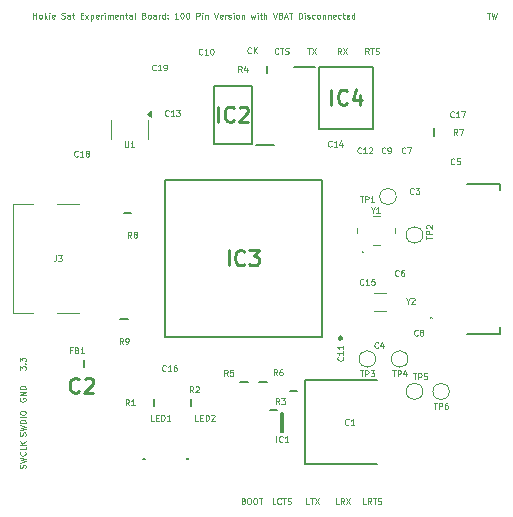
<source format=gbr>
%TF.GenerationSoftware,KiCad,Pcbnew,8.0.6-8.0.6-0~ubuntu24.04.1*%
%TF.CreationDate,2024-10-23T10:13:35-04:00*%
%TF.ProjectId,ta-expt-v2,74612d65-7870-4742-9d76-322e6b696361,rev?*%
%TF.SameCoordinates,Original*%
%TF.FileFunction,Legend,Top*%
%TF.FilePolarity,Positive*%
%FSLAX46Y46*%
G04 Gerber Fmt 4.6, Leading zero omitted, Abs format (unit mm)*
G04 Created by KiCad (PCBNEW 8.0.6-8.0.6-0~ubuntu24.04.1) date 2024-10-23 10:13:35*
%MOMM*%
%LPD*%
G01*
G04 APERTURE LIST*
%ADD10C,0.125000*%
%ADD11C,0.254000*%
%ADD12C,0.200000*%
%ADD13C,0.120000*%
%ADD14C,0.100000*%
%ADD15C,0.250000*%
G04 APERTURE END LIST*
D10*
X153021428Y-128512904D02*
X153092856Y-128536714D01*
X153092856Y-128536714D02*
X153116666Y-128560523D01*
X153116666Y-128560523D02*
X153140475Y-128608142D01*
X153140475Y-128608142D02*
X153140475Y-128679571D01*
X153140475Y-128679571D02*
X153116666Y-128727190D01*
X153116666Y-128727190D02*
X153092856Y-128751000D01*
X153092856Y-128751000D02*
X153045237Y-128774809D01*
X153045237Y-128774809D02*
X152854761Y-128774809D01*
X152854761Y-128774809D02*
X152854761Y-128274809D01*
X152854761Y-128274809D02*
X153021428Y-128274809D01*
X153021428Y-128274809D02*
X153069047Y-128298619D01*
X153069047Y-128298619D02*
X153092856Y-128322428D01*
X153092856Y-128322428D02*
X153116666Y-128370047D01*
X153116666Y-128370047D02*
X153116666Y-128417666D01*
X153116666Y-128417666D02*
X153092856Y-128465285D01*
X153092856Y-128465285D02*
X153069047Y-128489095D01*
X153069047Y-128489095D02*
X153021428Y-128512904D01*
X153021428Y-128512904D02*
X152854761Y-128512904D01*
X153449999Y-128274809D02*
X153545237Y-128274809D01*
X153545237Y-128274809D02*
X153592856Y-128298619D01*
X153592856Y-128298619D02*
X153640475Y-128346238D01*
X153640475Y-128346238D02*
X153664285Y-128441476D01*
X153664285Y-128441476D02*
X153664285Y-128608142D01*
X153664285Y-128608142D02*
X153640475Y-128703380D01*
X153640475Y-128703380D02*
X153592856Y-128751000D01*
X153592856Y-128751000D02*
X153545237Y-128774809D01*
X153545237Y-128774809D02*
X153449999Y-128774809D01*
X153449999Y-128774809D02*
X153402380Y-128751000D01*
X153402380Y-128751000D02*
X153354761Y-128703380D01*
X153354761Y-128703380D02*
X153330952Y-128608142D01*
X153330952Y-128608142D02*
X153330952Y-128441476D01*
X153330952Y-128441476D02*
X153354761Y-128346238D01*
X153354761Y-128346238D02*
X153402380Y-128298619D01*
X153402380Y-128298619D02*
X153449999Y-128274809D01*
X153973809Y-128274809D02*
X154069047Y-128274809D01*
X154069047Y-128274809D02*
X154116666Y-128298619D01*
X154116666Y-128298619D02*
X154164285Y-128346238D01*
X154164285Y-128346238D02*
X154188095Y-128441476D01*
X154188095Y-128441476D02*
X154188095Y-128608142D01*
X154188095Y-128608142D02*
X154164285Y-128703380D01*
X154164285Y-128703380D02*
X154116666Y-128751000D01*
X154116666Y-128751000D02*
X154069047Y-128774809D01*
X154069047Y-128774809D02*
X153973809Y-128774809D01*
X153973809Y-128774809D02*
X153926190Y-128751000D01*
X153926190Y-128751000D02*
X153878571Y-128703380D01*
X153878571Y-128703380D02*
X153854762Y-128608142D01*
X153854762Y-128608142D02*
X153854762Y-128441476D01*
X153854762Y-128441476D02*
X153878571Y-128346238D01*
X153878571Y-128346238D02*
X153926190Y-128298619D01*
X153926190Y-128298619D02*
X153973809Y-128274809D01*
X154330953Y-128274809D02*
X154616667Y-128274809D01*
X154473810Y-128774809D02*
X154473810Y-128274809D01*
X134551000Y-123009523D02*
X134574809Y-122938095D01*
X134574809Y-122938095D02*
X134574809Y-122819047D01*
X134574809Y-122819047D02*
X134551000Y-122771428D01*
X134551000Y-122771428D02*
X134527190Y-122747619D01*
X134527190Y-122747619D02*
X134479571Y-122723809D01*
X134479571Y-122723809D02*
X134431952Y-122723809D01*
X134431952Y-122723809D02*
X134384333Y-122747619D01*
X134384333Y-122747619D02*
X134360523Y-122771428D01*
X134360523Y-122771428D02*
X134336714Y-122819047D01*
X134336714Y-122819047D02*
X134312904Y-122914285D01*
X134312904Y-122914285D02*
X134289095Y-122961904D01*
X134289095Y-122961904D02*
X134265285Y-122985714D01*
X134265285Y-122985714D02*
X134217666Y-123009523D01*
X134217666Y-123009523D02*
X134170047Y-123009523D01*
X134170047Y-123009523D02*
X134122428Y-122985714D01*
X134122428Y-122985714D02*
X134098619Y-122961904D01*
X134098619Y-122961904D02*
X134074809Y-122914285D01*
X134074809Y-122914285D02*
X134074809Y-122795238D01*
X134074809Y-122795238D02*
X134098619Y-122723809D01*
X134074809Y-122557143D02*
X134574809Y-122438095D01*
X134574809Y-122438095D02*
X134217666Y-122342857D01*
X134217666Y-122342857D02*
X134574809Y-122247619D01*
X134574809Y-122247619D02*
X134074809Y-122128572D01*
X134574809Y-121938095D02*
X134074809Y-121938095D01*
X134074809Y-121938095D02*
X134074809Y-121819047D01*
X134074809Y-121819047D02*
X134098619Y-121747619D01*
X134098619Y-121747619D02*
X134146238Y-121700000D01*
X134146238Y-121700000D02*
X134193857Y-121676190D01*
X134193857Y-121676190D02*
X134289095Y-121652381D01*
X134289095Y-121652381D02*
X134360523Y-121652381D01*
X134360523Y-121652381D02*
X134455761Y-121676190D01*
X134455761Y-121676190D02*
X134503380Y-121700000D01*
X134503380Y-121700000D02*
X134551000Y-121747619D01*
X134551000Y-121747619D02*
X134574809Y-121819047D01*
X134574809Y-121819047D02*
X134574809Y-121938095D01*
X134574809Y-121438095D02*
X134074809Y-121438095D01*
X134074809Y-121104762D02*
X134074809Y-121009524D01*
X134074809Y-121009524D02*
X134098619Y-120961905D01*
X134098619Y-120961905D02*
X134146238Y-120914286D01*
X134146238Y-120914286D02*
X134241476Y-120890476D01*
X134241476Y-120890476D02*
X134408142Y-120890476D01*
X134408142Y-120890476D02*
X134503380Y-120914286D01*
X134503380Y-120914286D02*
X134551000Y-120961905D01*
X134551000Y-120961905D02*
X134574809Y-121009524D01*
X134574809Y-121009524D02*
X134574809Y-121104762D01*
X134574809Y-121104762D02*
X134551000Y-121152381D01*
X134551000Y-121152381D02*
X134503380Y-121200000D01*
X134503380Y-121200000D02*
X134408142Y-121223809D01*
X134408142Y-121223809D02*
X134241476Y-121223809D01*
X134241476Y-121223809D02*
X134146238Y-121200000D01*
X134146238Y-121200000D02*
X134098619Y-121152381D01*
X134098619Y-121152381D02*
X134074809Y-121104762D01*
X155726190Y-128774809D02*
X155488095Y-128774809D01*
X155488095Y-128774809D02*
X155488095Y-128274809D01*
X156178571Y-128727190D02*
X156154762Y-128751000D01*
X156154762Y-128751000D02*
X156083333Y-128774809D01*
X156083333Y-128774809D02*
X156035714Y-128774809D01*
X156035714Y-128774809D02*
X155964286Y-128751000D01*
X155964286Y-128751000D02*
X155916667Y-128703380D01*
X155916667Y-128703380D02*
X155892857Y-128655761D01*
X155892857Y-128655761D02*
X155869048Y-128560523D01*
X155869048Y-128560523D02*
X155869048Y-128489095D01*
X155869048Y-128489095D02*
X155892857Y-128393857D01*
X155892857Y-128393857D02*
X155916667Y-128346238D01*
X155916667Y-128346238D02*
X155964286Y-128298619D01*
X155964286Y-128298619D02*
X156035714Y-128274809D01*
X156035714Y-128274809D02*
X156083333Y-128274809D01*
X156083333Y-128274809D02*
X156154762Y-128298619D01*
X156154762Y-128298619D02*
X156178571Y-128322428D01*
X156321429Y-128274809D02*
X156607143Y-128274809D01*
X156464286Y-128774809D02*
X156464286Y-128274809D01*
X156750000Y-128751000D02*
X156821428Y-128774809D01*
X156821428Y-128774809D02*
X156940476Y-128774809D01*
X156940476Y-128774809D02*
X156988095Y-128751000D01*
X156988095Y-128751000D02*
X157011904Y-128727190D01*
X157011904Y-128727190D02*
X157035714Y-128679571D01*
X157035714Y-128679571D02*
X157035714Y-128631952D01*
X157035714Y-128631952D02*
X157011904Y-128584333D01*
X157011904Y-128584333D02*
X156988095Y-128560523D01*
X156988095Y-128560523D02*
X156940476Y-128536714D01*
X156940476Y-128536714D02*
X156845238Y-128512904D01*
X156845238Y-128512904D02*
X156797619Y-128489095D01*
X156797619Y-128489095D02*
X156773809Y-128465285D01*
X156773809Y-128465285D02*
X156750000Y-128417666D01*
X156750000Y-128417666D02*
X156750000Y-128370047D01*
X156750000Y-128370047D02*
X156773809Y-128322428D01*
X156773809Y-128322428D02*
X156797619Y-128298619D01*
X156797619Y-128298619D02*
X156845238Y-128274809D01*
X156845238Y-128274809D02*
X156964285Y-128274809D01*
X156964285Y-128274809D02*
X157035714Y-128298619D01*
X134551000Y-125730951D02*
X134574809Y-125659523D01*
X134574809Y-125659523D02*
X134574809Y-125540475D01*
X134574809Y-125540475D02*
X134551000Y-125492856D01*
X134551000Y-125492856D02*
X134527190Y-125469047D01*
X134527190Y-125469047D02*
X134479571Y-125445237D01*
X134479571Y-125445237D02*
X134431952Y-125445237D01*
X134431952Y-125445237D02*
X134384333Y-125469047D01*
X134384333Y-125469047D02*
X134360523Y-125492856D01*
X134360523Y-125492856D02*
X134336714Y-125540475D01*
X134336714Y-125540475D02*
X134312904Y-125635713D01*
X134312904Y-125635713D02*
X134289095Y-125683332D01*
X134289095Y-125683332D02*
X134265285Y-125707142D01*
X134265285Y-125707142D02*
X134217666Y-125730951D01*
X134217666Y-125730951D02*
X134170047Y-125730951D01*
X134170047Y-125730951D02*
X134122428Y-125707142D01*
X134122428Y-125707142D02*
X134098619Y-125683332D01*
X134098619Y-125683332D02*
X134074809Y-125635713D01*
X134074809Y-125635713D02*
X134074809Y-125516666D01*
X134074809Y-125516666D02*
X134098619Y-125445237D01*
X134074809Y-125278571D02*
X134574809Y-125159523D01*
X134574809Y-125159523D02*
X134217666Y-125064285D01*
X134217666Y-125064285D02*
X134574809Y-124969047D01*
X134574809Y-124969047D02*
X134074809Y-124850000D01*
X134527190Y-124373809D02*
X134551000Y-124397618D01*
X134551000Y-124397618D02*
X134574809Y-124469047D01*
X134574809Y-124469047D02*
X134574809Y-124516666D01*
X134574809Y-124516666D02*
X134551000Y-124588094D01*
X134551000Y-124588094D02*
X134503380Y-124635713D01*
X134503380Y-124635713D02*
X134455761Y-124659523D01*
X134455761Y-124659523D02*
X134360523Y-124683332D01*
X134360523Y-124683332D02*
X134289095Y-124683332D01*
X134289095Y-124683332D02*
X134193857Y-124659523D01*
X134193857Y-124659523D02*
X134146238Y-124635713D01*
X134146238Y-124635713D02*
X134098619Y-124588094D01*
X134098619Y-124588094D02*
X134074809Y-124516666D01*
X134074809Y-124516666D02*
X134074809Y-124469047D01*
X134074809Y-124469047D02*
X134098619Y-124397618D01*
X134098619Y-124397618D02*
X134122428Y-124373809D01*
X134574809Y-123921428D02*
X134574809Y-124159523D01*
X134574809Y-124159523D02*
X134074809Y-124159523D01*
X134574809Y-123754761D02*
X134074809Y-123754761D01*
X134574809Y-123469047D02*
X134289095Y-123683332D01*
X134074809Y-123469047D02*
X134360523Y-123754761D01*
X158419048Y-90174809D02*
X158704762Y-90174809D01*
X158561905Y-90674809D02*
X158561905Y-90174809D01*
X158823809Y-90174809D02*
X159157142Y-90674809D01*
X159157142Y-90174809D02*
X158823809Y-90674809D01*
X134074809Y-117423808D02*
X134074809Y-117114284D01*
X134074809Y-117114284D02*
X134265285Y-117280951D01*
X134265285Y-117280951D02*
X134265285Y-117209522D01*
X134265285Y-117209522D02*
X134289095Y-117161903D01*
X134289095Y-117161903D02*
X134312904Y-117138094D01*
X134312904Y-117138094D02*
X134360523Y-117114284D01*
X134360523Y-117114284D02*
X134479571Y-117114284D01*
X134479571Y-117114284D02*
X134527190Y-117138094D01*
X134527190Y-117138094D02*
X134551000Y-117161903D01*
X134551000Y-117161903D02*
X134574809Y-117209522D01*
X134574809Y-117209522D02*
X134574809Y-117352379D01*
X134574809Y-117352379D02*
X134551000Y-117399998D01*
X134551000Y-117399998D02*
X134527190Y-117423808D01*
X134527190Y-116899999D02*
X134551000Y-116876189D01*
X134551000Y-116876189D02*
X134574809Y-116899999D01*
X134574809Y-116899999D02*
X134551000Y-116923808D01*
X134551000Y-116923808D02*
X134527190Y-116899999D01*
X134527190Y-116899999D02*
X134574809Y-116899999D01*
X134074809Y-116709523D02*
X134074809Y-116399999D01*
X134074809Y-116399999D02*
X134265285Y-116566666D01*
X134265285Y-116566666D02*
X134265285Y-116495237D01*
X134265285Y-116495237D02*
X134289095Y-116447618D01*
X134289095Y-116447618D02*
X134312904Y-116423809D01*
X134312904Y-116423809D02*
X134360523Y-116399999D01*
X134360523Y-116399999D02*
X134479571Y-116399999D01*
X134479571Y-116399999D02*
X134527190Y-116423809D01*
X134527190Y-116423809D02*
X134551000Y-116447618D01*
X134551000Y-116447618D02*
X134574809Y-116495237D01*
X134574809Y-116495237D02*
X134574809Y-116638094D01*
X134574809Y-116638094D02*
X134551000Y-116685713D01*
X134551000Y-116685713D02*
X134527190Y-116709523D01*
X161266666Y-90674809D02*
X161100000Y-90436714D01*
X160980952Y-90674809D02*
X160980952Y-90174809D01*
X160980952Y-90174809D02*
X161171428Y-90174809D01*
X161171428Y-90174809D02*
X161219047Y-90198619D01*
X161219047Y-90198619D02*
X161242857Y-90222428D01*
X161242857Y-90222428D02*
X161266666Y-90270047D01*
X161266666Y-90270047D02*
X161266666Y-90341476D01*
X161266666Y-90341476D02*
X161242857Y-90389095D01*
X161242857Y-90389095D02*
X161219047Y-90412904D01*
X161219047Y-90412904D02*
X161171428Y-90436714D01*
X161171428Y-90436714D02*
X160980952Y-90436714D01*
X161433333Y-90174809D02*
X161766666Y-90674809D01*
X161766666Y-90174809D02*
X161433333Y-90674809D01*
X173629855Y-87182309D02*
X173915569Y-87182309D01*
X173772712Y-87682309D02*
X173772712Y-87182309D01*
X174034616Y-87182309D02*
X174153664Y-87682309D01*
X174153664Y-87682309D02*
X174248902Y-87325166D01*
X174248902Y-87325166D02*
X174344140Y-87682309D01*
X174344140Y-87682309D02*
X174463188Y-87182309D01*
X134098619Y-119830952D02*
X134074809Y-119878571D01*
X134074809Y-119878571D02*
X134074809Y-119950000D01*
X134074809Y-119950000D02*
X134098619Y-120021428D01*
X134098619Y-120021428D02*
X134146238Y-120069047D01*
X134146238Y-120069047D02*
X134193857Y-120092857D01*
X134193857Y-120092857D02*
X134289095Y-120116666D01*
X134289095Y-120116666D02*
X134360523Y-120116666D01*
X134360523Y-120116666D02*
X134455761Y-120092857D01*
X134455761Y-120092857D02*
X134503380Y-120069047D01*
X134503380Y-120069047D02*
X134551000Y-120021428D01*
X134551000Y-120021428D02*
X134574809Y-119950000D01*
X134574809Y-119950000D02*
X134574809Y-119902381D01*
X134574809Y-119902381D02*
X134551000Y-119830952D01*
X134551000Y-119830952D02*
X134527190Y-119807143D01*
X134527190Y-119807143D02*
X134360523Y-119807143D01*
X134360523Y-119807143D02*
X134360523Y-119902381D01*
X134574809Y-119592857D02*
X134074809Y-119592857D01*
X134074809Y-119592857D02*
X134574809Y-119307143D01*
X134574809Y-119307143D02*
X134074809Y-119307143D01*
X134574809Y-119069047D02*
X134074809Y-119069047D01*
X134074809Y-119069047D02*
X134074809Y-118949999D01*
X134074809Y-118949999D02*
X134098619Y-118878571D01*
X134098619Y-118878571D02*
X134146238Y-118830952D01*
X134146238Y-118830952D02*
X134193857Y-118807142D01*
X134193857Y-118807142D02*
X134289095Y-118783333D01*
X134289095Y-118783333D02*
X134360523Y-118783333D01*
X134360523Y-118783333D02*
X134455761Y-118807142D01*
X134455761Y-118807142D02*
X134503380Y-118830952D01*
X134503380Y-118830952D02*
X134551000Y-118878571D01*
X134551000Y-118878571D02*
X134574809Y-118949999D01*
X134574809Y-118949999D02*
X134574809Y-119069047D01*
X163626190Y-90672323D02*
X163459524Y-90434228D01*
X163340476Y-90672323D02*
X163340476Y-90172323D01*
X163340476Y-90172323D02*
X163530952Y-90172323D01*
X163530952Y-90172323D02*
X163578571Y-90196133D01*
X163578571Y-90196133D02*
X163602381Y-90219942D01*
X163602381Y-90219942D02*
X163626190Y-90267561D01*
X163626190Y-90267561D02*
X163626190Y-90338990D01*
X163626190Y-90338990D02*
X163602381Y-90386609D01*
X163602381Y-90386609D02*
X163578571Y-90410418D01*
X163578571Y-90410418D02*
X163530952Y-90434228D01*
X163530952Y-90434228D02*
X163340476Y-90434228D01*
X163769048Y-90172323D02*
X164054762Y-90172323D01*
X163911905Y-90672323D02*
X163911905Y-90172323D01*
X164197619Y-90648514D02*
X164269047Y-90672323D01*
X164269047Y-90672323D02*
X164388095Y-90672323D01*
X164388095Y-90672323D02*
X164435714Y-90648514D01*
X164435714Y-90648514D02*
X164459523Y-90624704D01*
X164459523Y-90624704D02*
X164483333Y-90577085D01*
X164483333Y-90577085D02*
X164483333Y-90529466D01*
X164483333Y-90529466D02*
X164459523Y-90481847D01*
X164459523Y-90481847D02*
X164435714Y-90458037D01*
X164435714Y-90458037D02*
X164388095Y-90434228D01*
X164388095Y-90434228D02*
X164292857Y-90410418D01*
X164292857Y-90410418D02*
X164245238Y-90386609D01*
X164245238Y-90386609D02*
X164221428Y-90362799D01*
X164221428Y-90362799D02*
X164197619Y-90315180D01*
X164197619Y-90315180D02*
X164197619Y-90267561D01*
X164197619Y-90267561D02*
X164221428Y-90219942D01*
X164221428Y-90219942D02*
X164245238Y-90196133D01*
X164245238Y-90196133D02*
X164292857Y-90172323D01*
X164292857Y-90172323D02*
X164411904Y-90172323D01*
X164411904Y-90172323D02*
X164483333Y-90196133D01*
X163376190Y-128774809D02*
X163138095Y-128774809D01*
X163138095Y-128774809D02*
X163138095Y-128274809D01*
X163828571Y-128774809D02*
X163661905Y-128536714D01*
X163542857Y-128774809D02*
X163542857Y-128274809D01*
X163542857Y-128274809D02*
X163733333Y-128274809D01*
X163733333Y-128274809D02*
X163780952Y-128298619D01*
X163780952Y-128298619D02*
X163804762Y-128322428D01*
X163804762Y-128322428D02*
X163828571Y-128370047D01*
X163828571Y-128370047D02*
X163828571Y-128441476D01*
X163828571Y-128441476D02*
X163804762Y-128489095D01*
X163804762Y-128489095D02*
X163780952Y-128512904D01*
X163780952Y-128512904D02*
X163733333Y-128536714D01*
X163733333Y-128536714D02*
X163542857Y-128536714D01*
X163971429Y-128274809D02*
X164257143Y-128274809D01*
X164114286Y-128774809D02*
X164114286Y-128274809D01*
X164400000Y-128751000D02*
X164471428Y-128774809D01*
X164471428Y-128774809D02*
X164590476Y-128774809D01*
X164590476Y-128774809D02*
X164638095Y-128751000D01*
X164638095Y-128751000D02*
X164661904Y-128727190D01*
X164661904Y-128727190D02*
X164685714Y-128679571D01*
X164685714Y-128679571D02*
X164685714Y-128631952D01*
X164685714Y-128631952D02*
X164661904Y-128584333D01*
X164661904Y-128584333D02*
X164638095Y-128560523D01*
X164638095Y-128560523D02*
X164590476Y-128536714D01*
X164590476Y-128536714D02*
X164495238Y-128512904D01*
X164495238Y-128512904D02*
X164447619Y-128489095D01*
X164447619Y-128489095D02*
X164423809Y-128465285D01*
X164423809Y-128465285D02*
X164400000Y-128417666D01*
X164400000Y-128417666D02*
X164400000Y-128370047D01*
X164400000Y-128370047D02*
X164423809Y-128322428D01*
X164423809Y-128322428D02*
X164447619Y-128298619D01*
X164447619Y-128298619D02*
X164495238Y-128274809D01*
X164495238Y-128274809D02*
X164614285Y-128274809D01*
X164614285Y-128274809D02*
X164685714Y-128298619D01*
X161066666Y-128774809D02*
X160828571Y-128774809D01*
X160828571Y-128774809D02*
X160828571Y-128274809D01*
X161519047Y-128774809D02*
X161352381Y-128536714D01*
X161233333Y-128774809D02*
X161233333Y-128274809D01*
X161233333Y-128274809D02*
X161423809Y-128274809D01*
X161423809Y-128274809D02*
X161471428Y-128298619D01*
X161471428Y-128298619D02*
X161495238Y-128322428D01*
X161495238Y-128322428D02*
X161519047Y-128370047D01*
X161519047Y-128370047D02*
X161519047Y-128441476D01*
X161519047Y-128441476D02*
X161495238Y-128489095D01*
X161495238Y-128489095D02*
X161471428Y-128512904D01*
X161471428Y-128512904D02*
X161423809Y-128536714D01*
X161423809Y-128536714D02*
X161233333Y-128536714D01*
X161685714Y-128274809D02*
X162019047Y-128774809D01*
X162019047Y-128274809D02*
X161685714Y-128774809D01*
X155976190Y-90627190D02*
X155952381Y-90651000D01*
X155952381Y-90651000D02*
X155880952Y-90674809D01*
X155880952Y-90674809D02*
X155833333Y-90674809D01*
X155833333Y-90674809D02*
X155761905Y-90651000D01*
X155761905Y-90651000D02*
X155714286Y-90603380D01*
X155714286Y-90603380D02*
X155690476Y-90555761D01*
X155690476Y-90555761D02*
X155666667Y-90460523D01*
X155666667Y-90460523D02*
X155666667Y-90389095D01*
X155666667Y-90389095D02*
X155690476Y-90293857D01*
X155690476Y-90293857D02*
X155714286Y-90246238D01*
X155714286Y-90246238D02*
X155761905Y-90198619D01*
X155761905Y-90198619D02*
X155833333Y-90174809D01*
X155833333Y-90174809D02*
X155880952Y-90174809D01*
X155880952Y-90174809D02*
X155952381Y-90198619D01*
X155952381Y-90198619D02*
X155976190Y-90222428D01*
X156119048Y-90174809D02*
X156404762Y-90174809D01*
X156261905Y-90674809D02*
X156261905Y-90174809D01*
X156547619Y-90651000D02*
X156619047Y-90674809D01*
X156619047Y-90674809D02*
X156738095Y-90674809D01*
X156738095Y-90674809D02*
X156785714Y-90651000D01*
X156785714Y-90651000D02*
X156809523Y-90627190D01*
X156809523Y-90627190D02*
X156833333Y-90579571D01*
X156833333Y-90579571D02*
X156833333Y-90531952D01*
X156833333Y-90531952D02*
X156809523Y-90484333D01*
X156809523Y-90484333D02*
X156785714Y-90460523D01*
X156785714Y-90460523D02*
X156738095Y-90436714D01*
X156738095Y-90436714D02*
X156642857Y-90412904D01*
X156642857Y-90412904D02*
X156595238Y-90389095D01*
X156595238Y-90389095D02*
X156571428Y-90365285D01*
X156571428Y-90365285D02*
X156547619Y-90317666D01*
X156547619Y-90317666D02*
X156547619Y-90270047D01*
X156547619Y-90270047D02*
X156571428Y-90222428D01*
X156571428Y-90222428D02*
X156595238Y-90198619D01*
X156595238Y-90198619D02*
X156642857Y-90174809D01*
X156642857Y-90174809D02*
X156761904Y-90174809D01*
X156761904Y-90174809D02*
X156833333Y-90198619D01*
X153654761Y-90577190D02*
X153630952Y-90601000D01*
X153630952Y-90601000D02*
X153559523Y-90624809D01*
X153559523Y-90624809D02*
X153511904Y-90624809D01*
X153511904Y-90624809D02*
X153440476Y-90601000D01*
X153440476Y-90601000D02*
X153392857Y-90553380D01*
X153392857Y-90553380D02*
X153369047Y-90505761D01*
X153369047Y-90505761D02*
X153345238Y-90410523D01*
X153345238Y-90410523D02*
X153345238Y-90339095D01*
X153345238Y-90339095D02*
X153369047Y-90243857D01*
X153369047Y-90243857D02*
X153392857Y-90196238D01*
X153392857Y-90196238D02*
X153440476Y-90148619D01*
X153440476Y-90148619D02*
X153511904Y-90124809D01*
X153511904Y-90124809D02*
X153559523Y-90124809D01*
X153559523Y-90124809D02*
X153630952Y-90148619D01*
X153630952Y-90148619D02*
X153654761Y-90172428D01*
X153869047Y-90624809D02*
X153869047Y-90124809D01*
X154154761Y-90624809D02*
X153940476Y-90339095D01*
X154154761Y-90124809D02*
X153869047Y-90410523D01*
X135201283Y-87682309D02*
X135201283Y-87182309D01*
X135201283Y-87420404D02*
X135486997Y-87420404D01*
X135486997Y-87682309D02*
X135486997Y-87182309D01*
X135796522Y-87682309D02*
X135748903Y-87658500D01*
X135748903Y-87658500D02*
X135725093Y-87634690D01*
X135725093Y-87634690D02*
X135701284Y-87587071D01*
X135701284Y-87587071D02*
X135701284Y-87444214D01*
X135701284Y-87444214D02*
X135725093Y-87396595D01*
X135725093Y-87396595D02*
X135748903Y-87372785D01*
X135748903Y-87372785D02*
X135796522Y-87348976D01*
X135796522Y-87348976D02*
X135867950Y-87348976D01*
X135867950Y-87348976D02*
X135915569Y-87372785D01*
X135915569Y-87372785D02*
X135939379Y-87396595D01*
X135939379Y-87396595D02*
X135963188Y-87444214D01*
X135963188Y-87444214D02*
X135963188Y-87587071D01*
X135963188Y-87587071D02*
X135939379Y-87634690D01*
X135939379Y-87634690D02*
X135915569Y-87658500D01*
X135915569Y-87658500D02*
X135867950Y-87682309D01*
X135867950Y-87682309D02*
X135796522Y-87682309D01*
X136177474Y-87682309D02*
X136177474Y-87182309D01*
X136225093Y-87491833D02*
X136367950Y-87682309D01*
X136367950Y-87348976D02*
X136177474Y-87539452D01*
X136582236Y-87682309D02*
X136582236Y-87348976D01*
X136582236Y-87182309D02*
X136558427Y-87206119D01*
X136558427Y-87206119D02*
X136582236Y-87229928D01*
X136582236Y-87229928D02*
X136606046Y-87206119D01*
X136606046Y-87206119D02*
X136582236Y-87182309D01*
X136582236Y-87182309D02*
X136582236Y-87229928D01*
X137010807Y-87658500D02*
X136963188Y-87682309D01*
X136963188Y-87682309D02*
X136867950Y-87682309D01*
X136867950Y-87682309D02*
X136820331Y-87658500D01*
X136820331Y-87658500D02*
X136796522Y-87610880D01*
X136796522Y-87610880D02*
X136796522Y-87420404D01*
X136796522Y-87420404D02*
X136820331Y-87372785D01*
X136820331Y-87372785D02*
X136867950Y-87348976D01*
X136867950Y-87348976D02*
X136963188Y-87348976D01*
X136963188Y-87348976D02*
X137010807Y-87372785D01*
X137010807Y-87372785D02*
X137034617Y-87420404D01*
X137034617Y-87420404D02*
X137034617Y-87468023D01*
X137034617Y-87468023D02*
X136796522Y-87515642D01*
X137606045Y-87658500D02*
X137677473Y-87682309D01*
X137677473Y-87682309D02*
X137796521Y-87682309D01*
X137796521Y-87682309D02*
X137844140Y-87658500D01*
X137844140Y-87658500D02*
X137867949Y-87634690D01*
X137867949Y-87634690D02*
X137891759Y-87587071D01*
X137891759Y-87587071D02*
X137891759Y-87539452D01*
X137891759Y-87539452D02*
X137867949Y-87491833D01*
X137867949Y-87491833D02*
X137844140Y-87468023D01*
X137844140Y-87468023D02*
X137796521Y-87444214D01*
X137796521Y-87444214D02*
X137701283Y-87420404D01*
X137701283Y-87420404D02*
X137653664Y-87396595D01*
X137653664Y-87396595D02*
X137629854Y-87372785D01*
X137629854Y-87372785D02*
X137606045Y-87325166D01*
X137606045Y-87325166D02*
X137606045Y-87277547D01*
X137606045Y-87277547D02*
X137629854Y-87229928D01*
X137629854Y-87229928D02*
X137653664Y-87206119D01*
X137653664Y-87206119D02*
X137701283Y-87182309D01*
X137701283Y-87182309D02*
X137820330Y-87182309D01*
X137820330Y-87182309D02*
X137891759Y-87206119D01*
X138320330Y-87682309D02*
X138320330Y-87420404D01*
X138320330Y-87420404D02*
X138296520Y-87372785D01*
X138296520Y-87372785D02*
X138248901Y-87348976D01*
X138248901Y-87348976D02*
X138153663Y-87348976D01*
X138153663Y-87348976D02*
X138106044Y-87372785D01*
X138320330Y-87658500D02*
X138272711Y-87682309D01*
X138272711Y-87682309D02*
X138153663Y-87682309D01*
X138153663Y-87682309D02*
X138106044Y-87658500D01*
X138106044Y-87658500D02*
X138082235Y-87610880D01*
X138082235Y-87610880D02*
X138082235Y-87563261D01*
X138082235Y-87563261D02*
X138106044Y-87515642D01*
X138106044Y-87515642D02*
X138153663Y-87491833D01*
X138153663Y-87491833D02*
X138272711Y-87491833D01*
X138272711Y-87491833D02*
X138320330Y-87468023D01*
X138486997Y-87348976D02*
X138677473Y-87348976D01*
X138558425Y-87182309D02*
X138558425Y-87610880D01*
X138558425Y-87610880D02*
X138582235Y-87658500D01*
X138582235Y-87658500D02*
X138629854Y-87682309D01*
X138629854Y-87682309D02*
X138677473Y-87682309D01*
X139225091Y-87420404D02*
X139391758Y-87420404D01*
X139463186Y-87682309D02*
X139225091Y-87682309D01*
X139225091Y-87682309D02*
X139225091Y-87182309D01*
X139225091Y-87182309D02*
X139463186Y-87182309D01*
X139629853Y-87682309D02*
X139891758Y-87348976D01*
X139629853Y-87348976D02*
X139891758Y-87682309D01*
X140082234Y-87348976D02*
X140082234Y-87848976D01*
X140082234Y-87372785D02*
X140129853Y-87348976D01*
X140129853Y-87348976D02*
X140225091Y-87348976D01*
X140225091Y-87348976D02*
X140272710Y-87372785D01*
X140272710Y-87372785D02*
X140296520Y-87396595D01*
X140296520Y-87396595D02*
X140320329Y-87444214D01*
X140320329Y-87444214D02*
X140320329Y-87587071D01*
X140320329Y-87587071D02*
X140296520Y-87634690D01*
X140296520Y-87634690D02*
X140272710Y-87658500D01*
X140272710Y-87658500D02*
X140225091Y-87682309D01*
X140225091Y-87682309D02*
X140129853Y-87682309D01*
X140129853Y-87682309D02*
X140082234Y-87658500D01*
X140725091Y-87658500D02*
X140677472Y-87682309D01*
X140677472Y-87682309D02*
X140582234Y-87682309D01*
X140582234Y-87682309D02*
X140534615Y-87658500D01*
X140534615Y-87658500D02*
X140510806Y-87610880D01*
X140510806Y-87610880D02*
X140510806Y-87420404D01*
X140510806Y-87420404D02*
X140534615Y-87372785D01*
X140534615Y-87372785D02*
X140582234Y-87348976D01*
X140582234Y-87348976D02*
X140677472Y-87348976D01*
X140677472Y-87348976D02*
X140725091Y-87372785D01*
X140725091Y-87372785D02*
X140748901Y-87420404D01*
X140748901Y-87420404D02*
X140748901Y-87468023D01*
X140748901Y-87468023D02*
X140510806Y-87515642D01*
X140963186Y-87682309D02*
X140963186Y-87348976D01*
X140963186Y-87444214D02*
X140986996Y-87396595D01*
X140986996Y-87396595D02*
X141010805Y-87372785D01*
X141010805Y-87372785D02*
X141058424Y-87348976D01*
X141058424Y-87348976D02*
X141106043Y-87348976D01*
X141272710Y-87682309D02*
X141272710Y-87348976D01*
X141272710Y-87182309D02*
X141248901Y-87206119D01*
X141248901Y-87206119D02*
X141272710Y-87229928D01*
X141272710Y-87229928D02*
X141296520Y-87206119D01*
X141296520Y-87206119D02*
X141272710Y-87182309D01*
X141272710Y-87182309D02*
X141272710Y-87229928D01*
X141510805Y-87682309D02*
X141510805Y-87348976D01*
X141510805Y-87396595D02*
X141534615Y-87372785D01*
X141534615Y-87372785D02*
X141582234Y-87348976D01*
X141582234Y-87348976D02*
X141653662Y-87348976D01*
X141653662Y-87348976D02*
X141701281Y-87372785D01*
X141701281Y-87372785D02*
X141725091Y-87420404D01*
X141725091Y-87420404D02*
X141725091Y-87682309D01*
X141725091Y-87420404D02*
X141748900Y-87372785D01*
X141748900Y-87372785D02*
X141796519Y-87348976D01*
X141796519Y-87348976D02*
X141867948Y-87348976D01*
X141867948Y-87348976D02*
X141915567Y-87372785D01*
X141915567Y-87372785D02*
X141939377Y-87420404D01*
X141939377Y-87420404D02*
X141939377Y-87682309D01*
X142367948Y-87658500D02*
X142320329Y-87682309D01*
X142320329Y-87682309D02*
X142225091Y-87682309D01*
X142225091Y-87682309D02*
X142177472Y-87658500D01*
X142177472Y-87658500D02*
X142153663Y-87610880D01*
X142153663Y-87610880D02*
X142153663Y-87420404D01*
X142153663Y-87420404D02*
X142177472Y-87372785D01*
X142177472Y-87372785D02*
X142225091Y-87348976D01*
X142225091Y-87348976D02*
X142320329Y-87348976D01*
X142320329Y-87348976D02*
X142367948Y-87372785D01*
X142367948Y-87372785D02*
X142391758Y-87420404D01*
X142391758Y-87420404D02*
X142391758Y-87468023D01*
X142391758Y-87468023D02*
X142153663Y-87515642D01*
X142606043Y-87348976D02*
X142606043Y-87682309D01*
X142606043Y-87396595D02*
X142629853Y-87372785D01*
X142629853Y-87372785D02*
X142677472Y-87348976D01*
X142677472Y-87348976D02*
X142748900Y-87348976D01*
X142748900Y-87348976D02*
X142796519Y-87372785D01*
X142796519Y-87372785D02*
X142820329Y-87420404D01*
X142820329Y-87420404D02*
X142820329Y-87682309D01*
X142986996Y-87348976D02*
X143177472Y-87348976D01*
X143058424Y-87182309D02*
X143058424Y-87610880D01*
X143058424Y-87610880D02*
X143082234Y-87658500D01*
X143082234Y-87658500D02*
X143129853Y-87682309D01*
X143129853Y-87682309D02*
X143177472Y-87682309D01*
X143558424Y-87682309D02*
X143558424Y-87420404D01*
X143558424Y-87420404D02*
X143534614Y-87372785D01*
X143534614Y-87372785D02*
X143486995Y-87348976D01*
X143486995Y-87348976D02*
X143391757Y-87348976D01*
X143391757Y-87348976D02*
X143344138Y-87372785D01*
X143558424Y-87658500D02*
X143510805Y-87682309D01*
X143510805Y-87682309D02*
X143391757Y-87682309D01*
X143391757Y-87682309D02*
X143344138Y-87658500D01*
X143344138Y-87658500D02*
X143320329Y-87610880D01*
X143320329Y-87610880D02*
X143320329Y-87563261D01*
X143320329Y-87563261D02*
X143344138Y-87515642D01*
X143344138Y-87515642D02*
X143391757Y-87491833D01*
X143391757Y-87491833D02*
X143510805Y-87491833D01*
X143510805Y-87491833D02*
X143558424Y-87468023D01*
X143867948Y-87682309D02*
X143820329Y-87658500D01*
X143820329Y-87658500D02*
X143796519Y-87610880D01*
X143796519Y-87610880D02*
X143796519Y-87182309D01*
X144606043Y-87420404D02*
X144677471Y-87444214D01*
X144677471Y-87444214D02*
X144701281Y-87468023D01*
X144701281Y-87468023D02*
X144725090Y-87515642D01*
X144725090Y-87515642D02*
X144725090Y-87587071D01*
X144725090Y-87587071D02*
X144701281Y-87634690D01*
X144701281Y-87634690D02*
X144677471Y-87658500D01*
X144677471Y-87658500D02*
X144629852Y-87682309D01*
X144629852Y-87682309D02*
X144439376Y-87682309D01*
X144439376Y-87682309D02*
X144439376Y-87182309D01*
X144439376Y-87182309D02*
X144606043Y-87182309D01*
X144606043Y-87182309D02*
X144653662Y-87206119D01*
X144653662Y-87206119D02*
X144677471Y-87229928D01*
X144677471Y-87229928D02*
X144701281Y-87277547D01*
X144701281Y-87277547D02*
X144701281Y-87325166D01*
X144701281Y-87325166D02*
X144677471Y-87372785D01*
X144677471Y-87372785D02*
X144653662Y-87396595D01*
X144653662Y-87396595D02*
X144606043Y-87420404D01*
X144606043Y-87420404D02*
X144439376Y-87420404D01*
X145010805Y-87682309D02*
X144963186Y-87658500D01*
X144963186Y-87658500D02*
X144939376Y-87634690D01*
X144939376Y-87634690D02*
X144915567Y-87587071D01*
X144915567Y-87587071D02*
X144915567Y-87444214D01*
X144915567Y-87444214D02*
X144939376Y-87396595D01*
X144939376Y-87396595D02*
X144963186Y-87372785D01*
X144963186Y-87372785D02*
X145010805Y-87348976D01*
X145010805Y-87348976D02*
X145082233Y-87348976D01*
X145082233Y-87348976D02*
X145129852Y-87372785D01*
X145129852Y-87372785D02*
X145153662Y-87396595D01*
X145153662Y-87396595D02*
X145177471Y-87444214D01*
X145177471Y-87444214D02*
X145177471Y-87587071D01*
X145177471Y-87587071D02*
X145153662Y-87634690D01*
X145153662Y-87634690D02*
X145129852Y-87658500D01*
X145129852Y-87658500D02*
X145082233Y-87682309D01*
X145082233Y-87682309D02*
X145010805Y-87682309D01*
X145606043Y-87682309D02*
X145606043Y-87420404D01*
X145606043Y-87420404D02*
X145582233Y-87372785D01*
X145582233Y-87372785D02*
X145534614Y-87348976D01*
X145534614Y-87348976D02*
X145439376Y-87348976D01*
X145439376Y-87348976D02*
X145391757Y-87372785D01*
X145606043Y-87658500D02*
X145558424Y-87682309D01*
X145558424Y-87682309D02*
X145439376Y-87682309D01*
X145439376Y-87682309D02*
X145391757Y-87658500D01*
X145391757Y-87658500D02*
X145367948Y-87610880D01*
X145367948Y-87610880D02*
X145367948Y-87563261D01*
X145367948Y-87563261D02*
X145391757Y-87515642D01*
X145391757Y-87515642D02*
X145439376Y-87491833D01*
X145439376Y-87491833D02*
X145558424Y-87491833D01*
X145558424Y-87491833D02*
X145606043Y-87468023D01*
X145844138Y-87682309D02*
X145844138Y-87348976D01*
X145844138Y-87444214D02*
X145867948Y-87396595D01*
X145867948Y-87396595D02*
X145891757Y-87372785D01*
X145891757Y-87372785D02*
X145939376Y-87348976D01*
X145939376Y-87348976D02*
X145986995Y-87348976D01*
X146367948Y-87682309D02*
X146367948Y-87182309D01*
X146367948Y-87658500D02*
X146320329Y-87682309D01*
X146320329Y-87682309D02*
X146225091Y-87682309D01*
X146225091Y-87682309D02*
X146177472Y-87658500D01*
X146177472Y-87658500D02*
X146153662Y-87634690D01*
X146153662Y-87634690D02*
X146129853Y-87587071D01*
X146129853Y-87587071D02*
X146129853Y-87444214D01*
X146129853Y-87444214D02*
X146153662Y-87396595D01*
X146153662Y-87396595D02*
X146177472Y-87372785D01*
X146177472Y-87372785D02*
X146225091Y-87348976D01*
X146225091Y-87348976D02*
X146320329Y-87348976D01*
X146320329Y-87348976D02*
X146367948Y-87372785D01*
X146606043Y-87634690D02*
X146629853Y-87658500D01*
X146629853Y-87658500D02*
X146606043Y-87682309D01*
X146606043Y-87682309D02*
X146582234Y-87658500D01*
X146582234Y-87658500D02*
X146606043Y-87634690D01*
X146606043Y-87634690D02*
X146606043Y-87682309D01*
X146606043Y-87372785D02*
X146629853Y-87396595D01*
X146629853Y-87396595D02*
X146606043Y-87420404D01*
X146606043Y-87420404D02*
X146582234Y-87396595D01*
X146582234Y-87396595D02*
X146606043Y-87372785D01*
X146606043Y-87372785D02*
X146606043Y-87420404D01*
X147486995Y-87682309D02*
X147201281Y-87682309D01*
X147344138Y-87682309D02*
X147344138Y-87182309D01*
X147344138Y-87182309D02*
X147296519Y-87253738D01*
X147296519Y-87253738D02*
X147248900Y-87301357D01*
X147248900Y-87301357D02*
X147201281Y-87325166D01*
X147796518Y-87182309D02*
X147844137Y-87182309D01*
X147844137Y-87182309D02*
X147891756Y-87206119D01*
X147891756Y-87206119D02*
X147915566Y-87229928D01*
X147915566Y-87229928D02*
X147939375Y-87277547D01*
X147939375Y-87277547D02*
X147963185Y-87372785D01*
X147963185Y-87372785D02*
X147963185Y-87491833D01*
X147963185Y-87491833D02*
X147939375Y-87587071D01*
X147939375Y-87587071D02*
X147915566Y-87634690D01*
X147915566Y-87634690D02*
X147891756Y-87658500D01*
X147891756Y-87658500D02*
X147844137Y-87682309D01*
X147844137Y-87682309D02*
X147796518Y-87682309D01*
X147796518Y-87682309D02*
X147748899Y-87658500D01*
X147748899Y-87658500D02*
X147725090Y-87634690D01*
X147725090Y-87634690D02*
X147701280Y-87587071D01*
X147701280Y-87587071D02*
X147677471Y-87491833D01*
X147677471Y-87491833D02*
X147677471Y-87372785D01*
X147677471Y-87372785D02*
X147701280Y-87277547D01*
X147701280Y-87277547D02*
X147725090Y-87229928D01*
X147725090Y-87229928D02*
X147748899Y-87206119D01*
X147748899Y-87206119D02*
X147796518Y-87182309D01*
X148272708Y-87182309D02*
X148320327Y-87182309D01*
X148320327Y-87182309D02*
X148367946Y-87206119D01*
X148367946Y-87206119D02*
X148391756Y-87229928D01*
X148391756Y-87229928D02*
X148415565Y-87277547D01*
X148415565Y-87277547D02*
X148439375Y-87372785D01*
X148439375Y-87372785D02*
X148439375Y-87491833D01*
X148439375Y-87491833D02*
X148415565Y-87587071D01*
X148415565Y-87587071D02*
X148391756Y-87634690D01*
X148391756Y-87634690D02*
X148367946Y-87658500D01*
X148367946Y-87658500D02*
X148320327Y-87682309D01*
X148320327Y-87682309D02*
X148272708Y-87682309D01*
X148272708Y-87682309D02*
X148225089Y-87658500D01*
X148225089Y-87658500D02*
X148201280Y-87634690D01*
X148201280Y-87634690D02*
X148177470Y-87587071D01*
X148177470Y-87587071D02*
X148153661Y-87491833D01*
X148153661Y-87491833D02*
X148153661Y-87372785D01*
X148153661Y-87372785D02*
X148177470Y-87277547D01*
X148177470Y-87277547D02*
X148201280Y-87229928D01*
X148201280Y-87229928D02*
X148225089Y-87206119D01*
X148225089Y-87206119D02*
X148272708Y-87182309D01*
X149034612Y-87682309D02*
X149034612Y-87182309D01*
X149034612Y-87182309D02*
X149225088Y-87182309D01*
X149225088Y-87182309D02*
X149272707Y-87206119D01*
X149272707Y-87206119D02*
X149296517Y-87229928D01*
X149296517Y-87229928D02*
X149320326Y-87277547D01*
X149320326Y-87277547D02*
X149320326Y-87348976D01*
X149320326Y-87348976D02*
X149296517Y-87396595D01*
X149296517Y-87396595D02*
X149272707Y-87420404D01*
X149272707Y-87420404D02*
X149225088Y-87444214D01*
X149225088Y-87444214D02*
X149034612Y-87444214D01*
X149534612Y-87682309D02*
X149534612Y-87348976D01*
X149534612Y-87182309D02*
X149510803Y-87206119D01*
X149510803Y-87206119D02*
X149534612Y-87229928D01*
X149534612Y-87229928D02*
X149558422Y-87206119D01*
X149558422Y-87206119D02*
X149534612Y-87182309D01*
X149534612Y-87182309D02*
X149534612Y-87229928D01*
X149772707Y-87348976D02*
X149772707Y-87682309D01*
X149772707Y-87396595D02*
X149796517Y-87372785D01*
X149796517Y-87372785D02*
X149844136Y-87348976D01*
X149844136Y-87348976D02*
X149915564Y-87348976D01*
X149915564Y-87348976D02*
X149963183Y-87372785D01*
X149963183Y-87372785D02*
X149986993Y-87420404D01*
X149986993Y-87420404D02*
X149986993Y-87682309D01*
X150534612Y-87182309D02*
X150701278Y-87682309D01*
X150701278Y-87682309D02*
X150867945Y-87182309D01*
X151225087Y-87658500D02*
X151177468Y-87682309D01*
X151177468Y-87682309D02*
X151082230Y-87682309D01*
X151082230Y-87682309D02*
X151034611Y-87658500D01*
X151034611Y-87658500D02*
X151010802Y-87610880D01*
X151010802Y-87610880D02*
X151010802Y-87420404D01*
X151010802Y-87420404D02*
X151034611Y-87372785D01*
X151034611Y-87372785D02*
X151082230Y-87348976D01*
X151082230Y-87348976D02*
X151177468Y-87348976D01*
X151177468Y-87348976D02*
X151225087Y-87372785D01*
X151225087Y-87372785D02*
X151248897Y-87420404D01*
X151248897Y-87420404D02*
X151248897Y-87468023D01*
X151248897Y-87468023D02*
X151010802Y-87515642D01*
X151463182Y-87682309D02*
X151463182Y-87348976D01*
X151463182Y-87444214D02*
X151486992Y-87396595D01*
X151486992Y-87396595D02*
X151510801Y-87372785D01*
X151510801Y-87372785D02*
X151558420Y-87348976D01*
X151558420Y-87348976D02*
X151606039Y-87348976D01*
X151748897Y-87658500D02*
X151796516Y-87682309D01*
X151796516Y-87682309D02*
X151891754Y-87682309D01*
X151891754Y-87682309D02*
X151939373Y-87658500D01*
X151939373Y-87658500D02*
X151963182Y-87610880D01*
X151963182Y-87610880D02*
X151963182Y-87587071D01*
X151963182Y-87587071D02*
X151939373Y-87539452D01*
X151939373Y-87539452D02*
X151891754Y-87515642D01*
X151891754Y-87515642D02*
X151820325Y-87515642D01*
X151820325Y-87515642D02*
X151772706Y-87491833D01*
X151772706Y-87491833D02*
X151748897Y-87444214D01*
X151748897Y-87444214D02*
X151748897Y-87420404D01*
X151748897Y-87420404D02*
X151772706Y-87372785D01*
X151772706Y-87372785D02*
X151820325Y-87348976D01*
X151820325Y-87348976D02*
X151891754Y-87348976D01*
X151891754Y-87348976D02*
X151939373Y-87372785D01*
X152177468Y-87682309D02*
X152177468Y-87348976D01*
X152177468Y-87182309D02*
X152153659Y-87206119D01*
X152153659Y-87206119D02*
X152177468Y-87229928D01*
X152177468Y-87229928D02*
X152201278Y-87206119D01*
X152201278Y-87206119D02*
X152177468Y-87182309D01*
X152177468Y-87182309D02*
X152177468Y-87229928D01*
X152486992Y-87682309D02*
X152439373Y-87658500D01*
X152439373Y-87658500D02*
X152415563Y-87634690D01*
X152415563Y-87634690D02*
X152391754Y-87587071D01*
X152391754Y-87587071D02*
X152391754Y-87444214D01*
X152391754Y-87444214D02*
X152415563Y-87396595D01*
X152415563Y-87396595D02*
X152439373Y-87372785D01*
X152439373Y-87372785D02*
X152486992Y-87348976D01*
X152486992Y-87348976D02*
X152558420Y-87348976D01*
X152558420Y-87348976D02*
X152606039Y-87372785D01*
X152606039Y-87372785D02*
X152629849Y-87396595D01*
X152629849Y-87396595D02*
X152653658Y-87444214D01*
X152653658Y-87444214D02*
X152653658Y-87587071D01*
X152653658Y-87587071D02*
X152629849Y-87634690D01*
X152629849Y-87634690D02*
X152606039Y-87658500D01*
X152606039Y-87658500D02*
X152558420Y-87682309D01*
X152558420Y-87682309D02*
X152486992Y-87682309D01*
X152867944Y-87348976D02*
X152867944Y-87682309D01*
X152867944Y-87396595D02*
X152891754Y-87372785D01*
X152891754Y-87372785D02*
X152939373Y-87348976D01*
X152939373Y-87348976D02*
X153010801Y-87348976D01*
X153010801Y-87348976D02*
X153058420Y-87372785D01*
X153058420Y-87372785D02*
X153082230Y-87420404D01*
X153082230Y-87420404D02*
X153082230Y-87682309D01*
X153653658Y-87348976D02*
X153748896Y-87682309D01*
X153748896Y-87682309D02*
X153844134Y-87444214D01*
X153844134Y-87444214D02*
X153939372Y-87682309D01*
X153939372Y-87682309D02*
X154034610Y-87348976D01*
X154225087Y-87682309D02*
X154225087Y-87348976D01*
X154225087Y-87182309D02*
X154201278Y-87206119D01*
X154201278Y-87206119D02*
X154225087Y-87229928D01*
X154225087Y-87229928D02*
X154248897Y-87206119D01*
X154248897Y-87206119D02*
X154225087Y-87182309D01*
X154225087Y-87182309D02*
X154225087Y-87229928D01*
X154391754Y-87348976D02*
X154582230Y-87348976D01*
X154463182Y-87182309D02*
X154463182Y-87610880D01*
X154463182Y-87610880D02*
X154486992Y-87658500D01*
X154486992Y-87658500D02*
X154534611Y-87682309D01*
X154534611Y-87682309D02*
X154582230Y-87682309D01*
X154748896Y-87682309D02*
X154748896Y-87182309D01*
X154963182Y-87682309D02*
X154963182Y-87420404D01*
X154963182Y-87420404D02*
X154939372Y-87372785D01*
X154939372Y-87372785D02*
X154891753Y-87348976D01*
X154891753Y-87348976D02*
X154820325Y-87348976D01*
X154820325Y-87348976D02*
X154772706Y-87372785D01*
X154772706Y-87372785D02*
X154748896Y-87396595D01*
X155510801Y-87182309D02*
X155677467Y-87682309D01*
X155677467Y-87682309D02*
X155844134Y-87182309D01*
X156177467Y-87420404D02*
X156248895Y-87444214D01*
X156248895Y-87444214D02*
X156272705Y-87468023D01*
X156272705Y-87468023D02*
X156296514Y-87515642D01*
X156296514Y-87515642D02*
X156296514Y-87587071D01*
X156296514Y-87587071D02*
X156272705Y-87634690D01*
X156272705Y-87634690D02*
X156248895Y-87658500D01*
X156248895Y-87658500D02*
X156201276Y-87682309D01*
X156201276Y-87682309D02*
X156010800Y-87682309D01*
X156010800Y-87682309D02*
X156010800Y-87182309D01*
X156010800Y-87182309D02*
X156177467Y-87182309D01*
X156177467Y-87182309D02*
X156225086Y-87206119D01*
X156225086Y-87206119D02*
X156248895Y-87229928D01*
X156248895Y-87229928D02*
X156272705Y-87277547D01*
X156272705Y-87277547D02*
X156272705Y-87325166D01*
X156272705Y-87325166D02*
X156248895Y-87372785D01*
X156248895Y-87372785D02*
X156225086Y-87396595D01*
X156225086Y-87396595D02*
X156177467Y-87420404D01*
X156177467Y-87420404D02*
X156010800Y-87420404D01*
X156486991Y-87539452D02*
X156725086Y-87539452D01*
X156439372Y-87682309D02*
X156606038Y-87182309D01*
X156606038Y-87182309D02*
X156772705Y-87682309D01*
X156867943Y-87182309D02*
X157153657Y-87182309D01*
X157010800Y-87682309D02*
X157010800Y-87182309D01*
X157701275Y-87682309D02*
X157701275Y-87182309D01*
X157701275Y-87182309D02*
X157820323Y-87182309D01*
X157820323Y-87182309D02*
X157891751Y-87206119D01*
X157891751Y-87206119D02*
X157939370Y-87253738D01*
X157939370Y-87253738D02*
X157963180Y-87301357D01*
X157963180Y-87301357D02*
X157986989Y-87396595D01*
X157986989Y-87396595D02*
X157986989Y-87468023D01*
X157986989Y-87468023D02*
X157963180Y-87563261D01*
X157963180Y-87563261D02*
X157939370Y-87610880D01*
X157939370Y-87610880D02*
X157891751Y-87658500D01*
X157891751Y-87658500D02*
X157820323Y-87682309D01*
X157820323Y-87682309D02*
X157701275Y-87682309D01*
X158201275Y-87682309D02*
X158201275Y-87348976D01*
X158201275Y-87182309D02*
X158177466Y-87206119D01*
X158177466Y-87206119D02*
X158201275Y-87229928D01*
X158201275Y-87229928D02*
X158225085Y-87206119D01*
X158225085Y-87206119D02*
X158201275Y-87182309D01*
X158201275Y-87182309D02*
X158201275Y-87229928D01*
X158415561Y-87658500D02*
X158463180Y-87682309D01*
X158463180Y-87682309D02*
X158558418Y-87682309D01*
X158558418Y-87682309D02*
X158606037Y-87658500D01*
X158606037Y-87658500D02*
X158629846Y-87610880D01*
X158629846Y-87610880D02*
X158629846Y-87587071D01*
X158629846Y-87587071D02*
X158606037Y-87539452D01*
X158606037Y-87539452D02*
X158558418Y-87515642D01*
X158558418Y-87515642D02*
X158486989Y-87515642D01*
X158486989Y-87515642D02*
X158439370Y-87491833D01*
X158439370Y-87491833D02*
X158415561Y-87444214D01*
X158415561Y-87444214D02*
X158415561Y-87420404D01*
X158415561Y-87420404D02*
X158439370Y-87372785D01*
X158439370Y-87372785D02*
X158486989Y-87348976D01*
X158486989Y-87348976D02*
X158558418Y-87348976D01*
X158558418Y-87348976D02*
X158606037Y-87372785D01*
X159058418Y-87658500D02*
X159010799Y-87682309D01*
X159010799Y-87682309D02*
X158915561Y-87682309D01*
X158915561Y-87682309D02*
X158867942Y-87658500D01*
X158867942Y-87658500D02*
X158844132Y-87634690D01*
X158844132Y-87634690D02*
X158820323Y-87587071D01*
X158820323Y-87587071D02*
X158820323Y-87444214D01*
X158820323Y-87444214D02*
X158844132Y-87396595D01*
X158844132Y-87396595D02*
X158867942Y-87372785D01*
X158867942Y-87372785D02*
X158915561Y-87348976D01*
X158915561Y-87348976D02*
X159010799Y-87348976D01*
X159010799Y-87348976D02*
X159058418Y-87372785D01*
X159344132Y-87682309D02*
X159296513Y-87658500D01*
X159296513Y-87658500D02*
X159272703Y-87634690D01*
X159272703Y-87634690D02*
X159248894Y-87587071D01*
X159248894Y-87587071D02*
X159248894Y-87444214D01*
X159248894Y-87444214D02*
X159272703Y-87396595D01*
X159272703Y-87396595D02*
X159296513Y-87372785D01*
X159296513Y-87372785D02*
X159344132Y-87348976D01*
X159344132Y-87348976D02*
X159415560Y-87348976D01*
X159415560Y-87348976D02*
X159463179Y-87372785D01*
X159463179Y-87372785D02*
X159486989Y-87396595D01*
X159486989Y-87396595D02*
X159510798Y-87444214D01*
X159510798Y-87444214D02*
X159510798Y-87587071D01*
X159510798Y-87587071D02*
X159486989Y-87634690D01*
X159486989Y-87634690D02*
X159463179Y-87658500D01*
X159463179Y-87658500D02*
X159415560Y-87682309D01*
X159415560Y-87682309D02*
X159344132Y-87682309D01*
X159725084Y-87348976D02*
X159725084Y-87682309D01*
X159725084Y-87396595D02*
X159748894Y-87372785D01*
X159748894Y-87372785D02*
X159796513Y-87348976D01*
X159796513Y-87348976D02*
X159867941Y-87348976D01*
X159867941Y-87348976D02*
X159915560Y-87372785D01*
X159915560Y-87372785D02*
X159939370Y-87420404D01*
X159939370Y-87420404D02*
X159939370Y-87682309D01*
X160177465Y-87348976D02*
X160177465Y-87682309D01*
X160177465Y-87396595D02*
X160201275Y-87372785D01*
X160201275Y-87372785D02*
X160248894Y-87348976D01*
X160248894Y-87348976D02*
X160320322Y-87348976D01*
X160320322Y-87348976D02*
X160367941Y-87372785D01*
X160367941Y-87372785D02*
X160391751Y-87420404D01*
X160391751Y-87420404D02*
X160391751Y-87682309D01*
X160820322Y-87658500D02*
X160772703Y-87682309D01*
X160772703Y-87682309D02*
X160677465Y-87682309D01*
X160677465Y-87682309D02*
X160629846Y-87658500D01*
X160629846Y-87658500D02*
X160606037Y-87610880D01*
X160606037Y-87610880D02*
X160606037Y-87420404D01*
X160606037Y-87420404D02*
X160629846Y-87372785D01*
X160629846Y-87372785D02*
X160677465Y-87348976D01*
X160677465Y-87348976D02*
X160772703Y-87348976D01*
X160772703Y-87348976D02*
X160820322Y-87372785D01*
X160820322Y-87372785D02*
X160844132Y-87420404D01*
X160844132Y-87420404D02*
X160844132Y-87468023D01*
X160844132Y-87468023D02*
X160606037Y-87515642D01*
X161272703Y-87658500D02*
X161225084Y-87682309D01*
X161225084Y-87682309D02*
X161129846Y-87682309D01*
X161129846Y-87682309D02*
X161082227Y-87658500D01*
X161082227Y-87658500D02*
X161058417Y-87634690D01*
X161058417Y-87634690D02*
X161034608Y-87587071D01*
X161034608Y-87587071D02*
X161034608Y-87444214D01*
X161034608Y-87444214D02*
X161058417Y-87396595D01*
X161058417Y-87396595D02*
X161082227Y-87372785D01*
X161082227Y-87372785D02*
X161129846Y-87348976D01*
X161129846Y-87348976D02*
X161225084Y-87348976D01*
X161225084Y-87348976D02*
X161272703Y-87372785D01*
X161415560Y-87348976D02*
X161606036Y-87348976D01*
X161486988Y-87182309D02*
X161486988Y-87610880D01*
X161486988Y-87610880D02*
X161510798Y-87658500D01*
X161510798Y-87658500D02*
X161558417Y-87682309D01*
X161558417Y-87682309D02*
X161606036Y-87682309D01*
X161963178Y-87658500D02*
X161915559Y-87682309D01*
X161915559Y-87682309D02*
X161820321Y-87682309D01*
X161820321Y-87682309D02*
X161772702Y-87658500D01*
X161772702Y-87658500D02*
X161748893Y-87610880D01*
X161748893Y-87610880D02*
X161748893Y-87420404D01*
X161748893Y-87420404D02*
X161772702Y-87372785D01*
X161772702Y-87372785D02*
X161820321Y-87348976D01*
X161820321Y-87348976D02*
X161915559Y-87348976D01*
X161915559Y-87348976D02*
X161963178Y-87372785D01*
X161963178Y-87372785D02*
X161986988Y-87420404D01*
X161986988Y-87420404D02*
X161986988Y-87468023D01*
X161986988Y-87468023D02*
X161748893Y-87515642D01*
X162415559Y-87682309D02*
X162415559Y-87182309D01*
X162415559Y-87658500D02*
X162367940Y-87682309D01*
X162367940Y-87682309D02*
X162272702Y-87682309D01*
X162272702Y-87682309D02*
X162225083Y-87658500D01*
X162225083Y-87658500D02*
X162201273Y-87634690D01*
X162201273Y-87634690D02*
X162177464Y-87587071D01*
X162177464Y-87587071D02*
X162177464Y-87444214D01*
X162177464Y-87444214D02*
X162201273Y-87396595D01*
X162201273Y-87396595D02*
X162225083Y-87372785D01*
X162225083Y-87372785D02*
X162272702Y-87348976D01*
X162272702Y-87348976D02*
X162367940Y-87348976D01*
X162367940Y-87348976D02*
X162415559Y-87372785D01*
X158576190Y-128774809D02*
X158338095Y-128774809D01*
X158338095Y-128774809D02*
X158338095Y-128274809D01*
X158671429Y-128274809D02*
X158957143Y-128274809D01*
X158814286Y-128774809D02*
X158814286Y-128274809D01*
X159076190Y-128274809D02*
X159409523Y-128774809D01*
X159409523Y-128274809D02*
X159076190Y-128774809D01*
X164416666Y-115527190D02*
X164392857Y-115551000D01*
X164392857Y-115551000D02*
X164321428Y-115574809D01*
X164321428Y-115574809D02*
X164273809Y-115574809D01*
X164273809Y-115574809D02*
X164202381Y-115551000D01*
X164202381Y-115551000D02*
X164154762Y-115503380D01*
X164154762Y-115503380D02*
X164130952Y-115455761D01*
X164130952Y-115455761D02*
X164107143Y-115360523D01*
X164107143Y-115360523D02*
X164107143Y-115289095D01*
X164107143Y-115289095D02*
X164130952Y-115193857D01*
X164130952Y-115193857D02*
X164154762Y-115146238D01*
X164154762Y-115146238D02*
X164202381Y-115098619D01*
X164202381Y-115098619D02*
X164273809Y-115074809D01*
X164273809Y-115074809D02*
X164321428Y-115074809D01*
X164321428Y-115074809D02*
X164392857Y-115098619D01*
X164392857Y-115098619D02*
X164416666Y-115122428D01*
X164845238Y-115241476D02*
X164845238Y-115574809D01*
X164726190Y-115051000D02*
X164607143Y-115408142D01*
X164607143Y-115408142D02*
X164916666Y-115408142D01*
D11*
X150872237Y-96419318D02*
X150872237Y-95149318D01*
X152202714Y-96298365D02*
X152142238Y-96358842D01*
X152142238Y-96358842D02*
X151960809Y-96419318D01*
X151960809Y-96419318D02*
X151839857Y-96419318D01*
X151839857Y-96419318D02*
X151658428Y-96358842D01*
X151658428Y-96358842D02*
X151537476Y-96237889D01*
X151537476Y-96237889D02*
X151476999Y-96116937D01*
X151476999Y-96116937D02*
X151416523Y-95875032D01*
X151416523Y-95875032D02*
X151416523Y-95693603D01*
X151416523Y-95693603D02*
X151476999Y-95451699D01*
X151476999Y-95451699D02*
X151537476Y-95330746D01*
X151537476Y-95330746D02*
X151658428Y-95209794D01*
X151658428Y-95209794D02*
X151839857Y-95149318D01*
X151839857Y-95149318D02*
X151960809Y-95149318D01*
X151960809Y-95149318D02*
X152142238Y-95209794D01*
X152142238Y-95209794D02*
X152202714Y-95270270D01*
X152686523Y-95270270D02*
X152746999Y-95209794D01*
X152746999Y-95209794D02*
X152867952Y-95149318D01*
X152867952Y-95149318D02*
X153170333Y-95149318D01*
X153170333Y-95149318D02*
X153291285Y-95209794D01*
X153291285Y-95209794D02*
X153351761Y-95270270D01*
X153351761Y-95270270D02*
X153412238Y-95391222D01*
X153412238Y-95391222D02*
X153412238Y-95512175D01*
X153412238Y-95512175D02*
X153351761Y-95693603D01*
X153351761Y-95693603D02*
X152626047Y-96419318D01*
X152626047Y-96419318D02*
X153412238Y-96419318D01*
D10*
X162869048Y-117474809D02*
X163154762Y-117474809D01*
X163011905Y-117974809D02*
X163011905Y-117474809D01*
X163321428Y-117974809D02*
X163321428Y-117474809D01*
X163321428Y-117474809D02*
X163511904Y-117474809D01*
X163511904Y-117474809D02*
X163559523Y-117498619D01*
X163559523Y-117498619D02*
X163583333Y-117522428D01*
X163583333Y-117522428D02*
X163607142Y-117570047D01*
X163607142Y-117570047D02*
X163607142Y-117641476D01*
X163607142Y-117641476D02*
X163583333Y-117689095D01*
X163583333Y-117689095D02*
X163559523Y-117712904D01*
X163559523Y-117712904D02*
X163511904Y-117736714D01*
X163511904Y-117736714D02*
X163321428Y-117736714D01*
X163773809Y-117474809D02*
X164083333Y-117474809D01*
X164083333Y-117474809D02*
X163916666Y-117665285D01*
X163916666Y-117665285D02*
X163988095Y-117665285D01*
X163988095Y-117665285D02*
X164035714Y-117689095D01*
X164035714Y-117689095D02*
X164059523Y-117712904D01*
X164059523Y-117712904D02*
X164083333Y-117760523D01*
X164083333Y-117760523D02*
X164083333Y-117879571D01*
X164083333Y-117879571D02*
X164059523Y-117927190D01*
X164059523Y-117927190D02*
X164035714Y-117951000D01*
X164035714Y-117951000D02*
X163988095Y-117974809D01*
X163988095Y-117974809D02*
X163845238Y-117974809D01*
X163845238Y-117974809D02*
X163797619Y-117951000D01*
X163797619Y-117951000D02*
X163773809Y-117927190D01*
X167369048Y-117724809D02*
X167654762Y-117724809D01*
X167511905Y-118224809D02*
X167511905Y-117724809D01*
X167821428Y-118224809D02*
X167821428Y-117724809D01*
X167821428Y-117724809D02*
X168011904Y-117724809D01*
X168011904Y-117724809D02*
X168059523Y-117748619D01*
X168059523Y-117748619D02*
X168083333Y-117772428D01*
X168083333Y-117772428D02*
X168107142Y-117820047D01*
X168107142Y-117820047D02*
X168107142Y-117891476D01*
X168107142Y-117891476D02*
X168083333Y-117939095D01*
X168083333Y-117939095D02*
X168059523Y-117962904D01*
X168059523Y-117962904D02*
X168011904Y-117986714D01*
X168011904Y-117986714D02*
X167821428Y-117986714D01*
X168559523Y-117724809D02*
X168321428Y-117724809D01*
X168321428Y-117724809D02*
X168297619Y-117962904D01*
X168297619Y-117962904D02*
X168321428Y-117939095D01*
X168321428Y-117939095D02*
X168369047Y-117915285D01*
X168369047Y-117915285D02*
X168488095Y-117915285D01*
X168488095Y-117915285D02*
X168535714Y-117939095D01*
X168535714Y-117939095D02*
X168559523Y-117962904D01*
X168559523Y-117962904D02*
X168583333Y-118010523D01*
X168583333Y-118010523D02*
X168583333Y-118129571D01*
X168583333Y-118129571D02*
X168559523Y-118177190D01*
X168559523Y-118177190D02*
X168535714Y-118201000D01*
X168535714Y-118201000D02*
X168488095Y-118224809D01*
X168488095Y-118224809D02*
X168369047Y-118224809D01*
X168369047Y-118224809D02*
X168321428Y-118201000D01*
X168321428Y-118201000D02*
X168297619Y-118177190D01*
X160478571Y-98477190D02*
X160454762Y-98501000D01*
X160454762Y-98501000D02*
X160383333Y-98524809D01*
X160383333Y-98524809D02*
X160335714Y-98524809D01*
X160335714Y-98524809D02*
X160264286Y-98501000D01*
X160264286Y-98501000D02*
X160216667Y-98453380D01*
X160216667Y-98453380D02*
X160192857Y-98405761D01*
X160192857Y-98405761D02*
X160169048Y-98310523D01*
X160169048Y-98310523D02*
X160169048Y-98239095D01*
X160169048Y-98239095D02*
X160192857Y-98143857D01*
X160192857Y-98143857D02*
X160216667Y-98096238D01*
X160216667Y-98096238D02*
X160264286Y-98048619D01*
X160264286Y-98048619D02*
X160335714Y-98024809D01*
X160335714Y-98024809D02*
X160383333Y-98024809D01*
X160383333Y-98024809D02*
X160454762Y-98048619D01*
X160454762Y-98048619D02*
X160478571Y-98072428D01*
X160954762Y-98524809D02*
X160669048Y-98524809D01*
X160811905Y-98524809D02*
X160811905Y-98024809D01*
X160811905Y-98024809D02*
X160764286Y-98096238D01*
X160764286Y-98096238D02*
X160716667Y-98143857D01*
X160716667Y-98143857D02*
X160669048Y-98167666D01*
X161383333Y-98191476D02*
X161383333Y-98524809D01*
X161264285Y-98001000D02*
X161145238Y-98358142D01*
X161145238Y-98358142D02*
X161454761Y-98358142D01*
X155866666Y-117874809D02*
X155700000Y-117636714D01*
X155580952Y-117874809D02*
X155580952Y-117374809D01*
X155580952Y-117374809D02*
X155771428Y-117374809D01*
X155771428Y-117374809D02*
X155819047Y-117398619D01*
X155819047Y-117398619D02*
X155842857Y-117422428D01*
X155842857Y-117422428D02*
X155866666Y-117470047D01*
X155866666Y-117470047D02*
X155866666Y-117541476D01*
X155866666Y-117541476D02*
X155842857Y-117589095D01*
X155842857Y-117589095D02*
X155819047Y-117612904D01*
X155819047Y-117612904D02*
X155771428Y-117636714D01*
X155771428Y-117636714D02*
X155580952Y-117636714D01*
X156295238Y-117374809D02*
X156200000Y-117374809D01*
X156200000Y-117374809D02*
X156152381Y-117398619D01*
X156152381Y-117398619D02*
X156128571Y-117422428D01*
X156128571Y-117422428D02*
X156080952Y-117493857D01*
X156080952Y-117493857D02*
X156057143Y-117589095D01*
X156057143Y-117589095D02*
X156057143Y-117779571D01*
X156057143Y-117779571D02*
X156080952Y-117827190D01*
X156080952Y-117827190D02*
X156104762Y-117851000D01*
X156104762Y-117851000D02*
X156152381Y-117874809D01*
X156152381Y-117874809D02*
X156247619Y-117874809D01*
X156247619Y-117874809D02*
X156295238Y-117851000D01*
X156295238Y-117851000D02*
X156319047Y-117827190D01*
X156319047Y-117827190D02*
X156342857Y-117779571D01*
X156342857Y-117779571D02*
X156342857Y-117660523D01*
X156342857Y-117660523D02*
X156319047Y-117612904D01*
X156319047Y-117612904D02*
X156295238Y-117589095D01*
X156295238Y-117589095D02*
X156247619Y-117565285D01*
X156247619Y-117565285D02*
X156152381Y-117565285D01*
X156152381Y-117565285D02*
X156104762Y-117589095D01*
X156104762Y-117589095D02*
X156080952Y-117612904D01*
X156080952Y-117612904D02*
X156057143Y-117660523D01*
X171116666Y-97524809D02*
X170950000Y-97286714D01*
X170830952Y-97524809D02*
X170830952Y-97024809D01*
X170830952Y-97024809D02*
X171021428Y-97024809D01*
X171021428Y-97024809D02*
X171069047Y-97048619D01*
X171069047Y-97048619D02*
X171092857Y-97072428D01*
X171092857Y-97072428D02*
X171116666Y-97120047D01*
X171116666Y-97120047D02*
X171116666Y-97191476D01*
X171116666Y-97191476D02*
X171092857Y-97239095D01*
X171092857Y-97239095D02*
X171069047Y-97262904D01*
X171069047Y-97262904D02*
X171021428Y-97286714D01*
X171021428Y-97286714D02*
X170830952Y-97286714D01*
X171283333Y-97024809D02*
X171616666Y-97024809D01*
X171616666Y-97024809D02*
X171402381Y-97524809D01*
X162869048Y-102724809D02*
X163154762Y-102724809D01*
X163011905Y-103224809D02*
X163011905Y-102724809D01*
X163321428Y-103224809D02*
X163321428Y-102724809D01*
X163321428Y-102724809D02*
X163511904Y-102724809D01*
X163511904Y-102724809D02*
X163559523Y-102748619D01*
X163559523Y-102748619D02*
X163583333Y-102772428D01*
X163583333Y-102772428D02*
X163607142Y-102820047D01*
X163607142Y-102820047D02*
X163607142Y-102891476D01*
X163607142Y-102891476D02*
X163583333Y-102939095D01*
X163583333Y-102939095D02*
X163559523Y-102962904D01*
X163559523Y-102962904D02*
X163511904Y-102986714D01*
X163511904Y-102986714D02*
X163321428Y-102986714D01*
X164083333Y-103224809D02*
X163797619Y-103224809D01*
X163940476Y-103224809D02*
X163940476Y-102724809D01*
X163940476Y-102724809D02*
X163892857Y-102796238D01*
X163892857Y-102796238D02*
X163845238Y-102843857D01*
X163845238Y-102843857D02*
X163797619Y-102867666D01*
X156066666Y-120324809D02*
X155900000Y-120086714D01*
X155780952Y-120324809D02*
X155780952Y-119824809D01*
X155780952Y-119824809D02*
X155971428Y-119824809D01*
X155971428Y-119824809D02*
X156019047Y-119848619D01*
X156019047Y-119848619D02*
X156042857Y-119872428D01*
X156042857Y-119872428D02*
X156066666Y-119920047D01*
X156066666Y-119920047D02*
X156066666Y-119991476D01*
X156066666Y-119991476D02*
X156042857Y-120039095D01*
X156042857Y-120039095D02*
X156019047Y-120062904D01*
X156019047Y-120062904D02*
X155971428Y-120086714D01*
X155971428Y-120086714D02*
X155780952Y-120086714D01*
X156233333Y-119824809D02*
X156542857Y-119824809D01*
X156542857Y-119824809D02*
X156376190Y-120015285D01*
X156376190Y-120015285D02*
X156447619Y-120015285D01*
X156447619Y-120015285D02*
X156495238Y-120039095D01*
X156495238Y-120039095D02*
X156519047Y-120062904D01*
X156519047Y-120062904D02*
X156542857Y-120110523D01*
X156542857Y-120110523D02*
X156542857Y-120229571D01*
X156542857Y-120229571D02*
X156519047Y-120277190D01*
X156519047Y-120277190D02*
X156495238Y-120301000D01*
X156495238Y-120301000D02*
X156447619Y-120324809D01*
X156447619Y-120324809D02*
X156304762Y-120324809D01*
X156304762Y-120324809D02*
X156257143Y-120301000D01*
X156257143Y-120301000D02*
X156233333Y-120277190D01*
X149190476Y-121724809D02*
X148952381Y-121724809D01*
X148952381Y-121724809D02*
X148952381Y-121224809D01*
X149357143Y-121462904D02*
X149523810Y-121462904D01*
X149595238Y-121724809D02*
X149357143Y-121724809D01*
X149357143Y-121724809D02*
X149357143Y-121224809D01*
X149357143Y-121224809D02*
X149595238Y-121224809D01*
X149809524Y-121724809D02*
X149809524Y-121224809D01*
X149809524Y-121224809D02*
X149928572Y-121224809D01*
X149928572Y-121224809D02*
X150000000Y-121248619D01*
X150000000Y-121248619D02*
X150047619Y-121296238D01*
X150047619Y-121296238D02*
X150071429Y-121343857D01*
X150071429Y-121343857D02*
X150095238Y-121439095D01*
X150095238Y-121439095D02*
X150095238Y-121510523D01*
X150095238Y-121510523D02*
X150071429Y-121605761D01*
X150071429Y-121605761D02*
X150047619Y-121653380D01*
X150047619Y-121653380D02*
X150000000Y-121701000D01*
X150000000Y-121701000D02*
X149928572Y-121724809D01*
X149928572Y-121724809D02*
X149809524Y-121724809D01*
X150285715Y-121272428D02*
X150309524Y-121248619D01*
X150309524Y-121248619D02*
X150357143Y-121224809D01*
X150357143Y-121224809D02*
X150476191Y-121224809D01*
X150476191Y-121224809D02*
X150523810Y-121248619D01*
X150523810Y-121248619D02*
X150547619Y-121272428D01*
X150547619Y-121272428D02*
X150571429Y-121320047D01*
X150571429Y-121320047D02*
X150571429Y-121367666D01*
X150571429Y-121367666D02*
X150547619Y-121439095D01*
X150547619Y-121439095D02*
X150261905Y-121724809D01*
X150261905Y-121724809D02*
X150571429Y-121724809D01*
X145578571Y-92027190D02*
X145554762Y-92051000D01*
X145554762Y-92051000D02*
X145483333Y-92074809D01*
X145483333Y-92074809D02*
X145435714Y-92074809D01*
X145435714Y-92074809D02*
X145364286Y-92051000D01*
X145364286Y-92051000D02*
X145316667Y-92003380D01*
X145316667Y-92003380D02*
X145292857Y-91955761D01*
X145292857Y-91955761D02*
X145269048Y-91860523D01*
X145269048Y-91860523D02*
X145269048Y-91789095D01*
X145269048Y-91789095D02*
X145292857Y-91693857D01*
X145292857Y-91693857D02*
X145316667Y-91646238D01*
X145316667Y-91646238D02*
X145364286Y-91598619D01*
X145364286Y-91598619D02*
X145435714Y-91574809D01*
X145435714Y-91574809D02*
X145483333Y-91574809D01*
X145483333Y-91574809D02*
X145554762Y-91598619D01*
X145554762Y-91598619D02*
X145578571Y-91622428D01*
X146054762Y-92074809D02*
X145769048Y-92074809D01*
X145911905Y-92074809D02*
X145911905Y-91574809D01*
X145911905Y-91574809D02*
X145864286Y-91646238D01*
X145864286Y-91646238D02*
X145816667Y-91693857D01*
X145816667Y-91693857D02*
X145769048Y-91717666D01*
X146292857Y-92074809D02*
X146388095Y-92074809D01*
X146388095Y-92074809D02*
X146435714Y-92051000D01*
X146435714Y-92051000D02*
X146459523Y-92027190D01*
X146459523Y-92027190D02*
X146507142Y-91955761D01*
X146507142Y-91955761D02*
X146530952Y-91860523D01*
X146530952Y-91860523D02*
X146530952Y-91670047D01*
X146530952Y-91670047D02*
X146507142Y-91622428D01*
X146507142Y-91622428D02*
X146483333Y-91598619D01*
X146483333Y-91598619D02*
X146435714Y-91574809D01*
X146435714Y-91574809D02*
X146340476Y-91574809D01*
X146340476Y-91574809D02*
X146292857Y-91598619D01*
X146292857Y-91598619D02*
X146269047Y-91622428D01*
X146269047Y-91622428D02*
X146245238Y-91670047D01*
X146245238Y-91670047D02*
X146245238Y-91789095D01*
X146245238Y-91789095D02*
X146269047Y-91836714D01*
X146269047Y-91836714D02*
X146292857Y-91860523D01*
X146292857Y-91860523D02*
X146340476Y-91884333D01*
X146340476Y-91884333D02*
X146435714Y-91884333D01*
X146435714Y-91884333D02*
X146483333Y-91860523D01*
X146483333Y-91860523D02*
X146507142Y-91836714D01*
X146507142Y-91836714D02*
X146530952Y-91789095D01*
X152866666Y-92224809D02*
X152700000Y-91986714D01*
X152580952Y-92224809D02*
X152580952Y-91724809D01*
X152580952Y-91724809D02*
X152771428Y-91724809D01*
X152771428Y-91724809D02*
X152819047Y-91748619D01*
X152819047Y-91748619D02*
X152842857Y-91772428D01*
X152842857Y-91772428D02*
X152866666Y-91820047D01*
X152866666Y-91820047D02*
X152866666Y-91891476D01*
X152866666Y-91891476D02*
X152842857Y-91939095D01*
X152842857Y-91939095D02*
X152819047Y-91962904D01*
X152819047Y-91962904D02*
X152771428Y-91986714D01*
X152771428Y-91986714D02*
X152580952Y-91986714D01*
X153295238Y-91891476D02*
X153295238Y-92224809D01*
X153176190Y-91701000D02*
X153057143Y-92058142D01*
X153057143Y-92058142D02*
X153366666Y-92058142D01*
X165016666Y-99027190D02*
X164992857Y-99051000D01*
X164992857Y-99051000D02*
X164921428Y-99074809D01*
X164921428Y-99074809D02*
X164873809Y-99074809D01*
X164873809Y-99074809D02*
X164802381Y-99051000D01*
X164802381Y-99051000D02*
X164754762Y-99003380D01*
X164754762Y-99003380D02*
X164730952Y-98955761D01*
X164730952Y-98955761D02*
X164707143Y-98860523D01*
X164707143Y-98860523D02*
X164707143Y-98789095D01*
X164707143Y-98789095D02*
X164730952Y-98693857D01*
X164730952Y-98693857D02*
X164754762Y-98646238D01*
X164754762Y-98646238D02*
X164802381Y-98598619D01*
X164802381Y-98598619D02*
X164873809Y-98574809D01*
X164873809Y-98574809D02*
X164921428Y-98574809D01*
X164921428Y-98574809D02*
X164992857Y-98598619D01*
X164992857Y-98598619D02*
X165016666Y-98622428D01*
X165254762Y-99074809D02*
X165350000Y-99074809D01*
X165350000Y-99074809D02*
X165397619Y-99051000D01*
X165397619Y-99051000D02*
X165421428Y-99027190D01*
X165421428Y-99027190D02*
X165469047Y-98955761D01*
X165469047Y-98955761D02*
X165492857Y-98860523D01*
X165492857Y-98860523D02*
X165492857Y-98670047D01*
X165492857Y-98670047D02*
X165469047Y-98622428D01*
X165469047Y-98622428D02*
X165445238Y-98598619D01*
X165445238Y-98598619D02*
X165397619Y-98574809D01*
X165397619Y-98574809D02*
X165302381Y-98574809D01*
X165302381Y-98574809D02*
X165254762Y-98598619D01*
X165254762Y-98598619D02*
X165230952Y-98622428D01*
X165230952Y-98622428D02*
X165207143Y-98670047D01*
X165207143Y-98670047D02*
X165207143Y-98789095D01*
X165207143Y-98789095D02*
X165230952Y-98836714D01*
X165230952Y-98836714D02*
X165254762Y-98860523D01*
X165254762Y-98860523D02*
X165302381Y-98884333D01*
X165302381Y-98884333D02*
X165397619Y-98884333D01*
X165397619Y-98884333D02*
X165445238Y-98860523D01*
X165445238Y-98860523D02*
X165469047Y-98836714D01*
X165469047Y-98836714D02*
X165492857Y-98789095D01*
X155811905Y-123524809D02*
X155811905Y-123024809D01*
X156335714Y-123477190D02*
X156311905Y-123501000D01*
X156311905Y-123501000D02*
X156240476Y-123524809D01*
X156240476Y-123524809D02*
X156192857Y-123524809D01*
X156192857Y-123524809D02*
X156121429Y-123501000D01*
X156121429Y-123501000D02*
X156073810Y-123453380D01*
X156073810Y-123453380D02*
X156050000Y-123405761D01*
X156050000Y-123405761D02*
X156026191Y-123310523D01*
X156026191Y-123310523D02*
X156026191Y-123239095D01*
X156026191Y-123239095D02*
X156050000Y-123143857D01*
X156050000Y-123143857D02*
X156073810Y-123096238D01*
X156073810Y-123096238D02*
X156121429Y-123048619D01*
X156121429Y-123048619D02*
X156192857Y-123024809D01*
X156192857Y-123024809D02*
X156240476Y-123024809D01*
X156240476Y-123024809D02*
X156311905Y-123048619D01*
X156311905Y-123048619D02*
X156335714Y-123072428D01*
X156811905Y-123524809D02*
X156526191Y-123524809D01*
X156669048Y-123524809D02*
X156669048Y-123024809D01*
X156669048Y-123024809D02*
X156621429Y-123096238D01*
X156621429Y-123096238D02*
X156573810Y-123143857D01*
X156573810Y-123143857D02*
X156526191Y-123167666D01*
X137133333Y-107724809D02*
X137133333Y-108081952D01*
X137133333Y-108081952D02*
X137109524Y-108153380D01*
X137109524Y-108153380D02*
X137061905Y-108201000D01*
X137061905Y-108201000D02*
X136990476Y-108224809D01*
X136990476Y-108224809D02*
X136942857Y-108224809D01*
X137323809Y-107724809D02*
X137633333Y-107724809D01*
X137633333Y-107724809D02*
X137466666Y-107915285D01*
X137466666Y-107915285D02*
X137538095Y-107915285D01*
X137538095Y-107915285D02*
X137585714Y-107939095D01*
X137585714Y-107939095D02*
X137609523Y-107962904D01*
X137609523Y-107962904D02*
X137633333Y-108010523D01*
X137633333Y-108010523D02*
X137633333Y-108129571D01*
X137633333Y-108129571D02*
X137609523Y-108177190D01*
X137609523Y-108177190D02*
X137585714Y-108201000D01*
X137585714Y-108201000D02*
X137538095Y-108224809D01*
X137538095Y-108224809D02*
X137395238Y-108224809D01*
X137395238Y-108224809D02*
X137347619Y-108201000D01*
X137347619Y-108201000D02*
X137323809Y-108177190D01*
X166166666Y-109427190D02*
X166142857Y-109451000D01*
X166142857Y-109451000D02*
X166071428Y-109474809D01*
X166071428Y-109474809D02*
X166023809Y-109474809D01*
X166023809Y-109474809D02*
X165952381Y-109451000D01*
X165952381Y-109451000D02*
X165904762Y-109403380D01*
X165904762Y-109403380D02*
X165880952Y-109355761D01*
X165880952Y-109355761D02*
X165857143Y-109260523D01*
X165857143Y-109260523D02*
X165857143Y-109189095D01*
X165857143Y-109189095D02*
X165880952Y-109093857D01*
X165880952Y-109093857D02*
X165904762Y-109046238D01*
X165904762Y-109046238D02*
X165952381Y-108998619D01*
X165952381Y-108998619D02*
X166023809Y-108974809D01*
X166023809Y-108974809D02*
X166071428Y-108974809D01*
X166071428Y-108974809D02*
X166142857Y-108998619D01*
X166142857Y-108998619D02*
X166166666Y-109022428D01*
X166595238Y-108974809D02*
X166500000Y-108974809D01*
X166500000Y-108974809D02*
X166452381Y-108998619D01*
X166452381Y-108998619D02*
X166428571Y-109022428D01*
X166428571Y-109022428D02*
X166380952Y-109093857D01*
X166380952Y-109093857D02*
X166357143Y-109189095D01*
X166357143Y-109189095D02*
X166357143Y-109379571D01*
X166357143Y-109379571D02*
X166380952Y-109427190D01*
X166380952Y-109427190D02*
X166404762Y-109451000D01*
X166404762Y-109451000D02*
X166452381Y-109474809D01*
X166452381Y-109474809D02*
X166547619Y-109474809D01*
X166547619Y-109474809D02*
X166595238Y-109451000D01*
X166595238Y-109451000D02*
X166619047Y-109427190D01*
X166619047Y-109427190D02*
X166642857Y-109379571D01*
X166642857Y-109379571D02*
X166642857Y-109260523D01*
X166642857Y-109260523D02*
X166619047Y-109212904D01*
X166619047Y-109212904D02*
X166595238Y-109189095D01*
X166595238Y-109189095D02*
X166547619Y-109165285D01*
X166547619Y-109165285D02*
X166452381Y-109165285D01*
X166452381Y-109165285D02*
X166404762Y-109189095D01*
X166404762Y-109189095D02*
X166380952Y-109212904D01*
X166380952Y-109212904D02*
X166357143Y-109260523D01*
X149528571Y-90677190D02*
X149504762Y-90701000D01*
X149504762Y-90701000D02*
X149433333Y-90724809D01*
X149433333Y-90724809D02*
X149385714Y-90724809D01*
X149385714Y-90724809D02*
X149314286Y-90701000D01*
X149314286Y-90701000D02*
X149266667Y-90653380D01*
X149266667Y-90653380D02*
X149242857Y-90605761D01*
X149242857Y-90605761D02*
X149219048Y-90510523D01*
X149219048Y-90510523D02*
X149219048Y-90439095D01*
X149219048Y-90439095D02*
X149242857Y-90343857D01*
X149242857Y-90343857D02*
X149266667Y-90296238D01*
X149266667Y-90296238D02*
X149314286Y-90248619D01*
X149314286Y-90248619D02*
X149385714Y-90224809D01*
X149385714Y-90224809D02*
X149433333Y-90224809D01*
X149433333Y-90224809D02*
X149504762Y-90248619D01*
X149504762Y-90248619D02*
X149528571Y-90272428D01*
X150004762Y-90724809D02*
X149719048Y-90724809D01*
X149861905Y-90724809D02*
X149861905Y-90224809D01*
X149861905Y-90224809D02*
X149814286Y-90296238D01*
X149814286Y-90296238D02*
X149766667Y-90343857D01*
X149766667Y-90343857D02*
X149719048Y-90367666D01*
X150314285Y-90224809D02*
X150361904Y-90224809D01*
X150361904Y-90224809D02*
X150409523Y-90248619D01*
X150409523Y-90248619D02*
X150433333Y-90272428D01*
X150433333Y-90272428D02*
X150457142Y-90320047D01*
X150457142Y-90320047D02*
X150480952Y-90415285D01*
X150480952Y-90415285D02*
X150480952Y-90534333D01*
X150480952Y-90534333D02*
X150457142Y-90629571D01*
X150457142Y-90629571D02*
X150433333Y-90677190D01*
X150433333Y-90677190D02*
X150409523Y-90701000D01*
X150409523Y-90701000D02*
X150361904Y-90724809D01*
X150361904Y-90724809D02*
X150314285Y-90724809D01*
X150314285Y-90724809D02*
X150266666Y-90701000D01*
X150266666Y-90701000D02*
X150242857Y-90677190D01*
X150242857Y-90677190D02*
X150219047Y-90629571D01*
X150219047Y-90629571D02*
X150195238Y-90534333D01*
X150195238Y-90534333D02*
X150195238Y-90415285D01*
X150195238Y-90415285D02*
X150219047Y-90320047D01*
X150219047Y-90320047D02*
X150242857Y-90272428D01*
X150242857Y-90272428D02*
X150266666Y-90248619D01*
X150266666Y-90248619D02*
X150314285Y-90224809D01*
X166716666Y-99027190D02*
X166692857Y-99051000D01*
X166692857Y-99051000D02*
X166621428Y-99074809D01*
X166621428Y-99074809D02*
X166573809Y-99074809D01*
X166573809Y-99074809D02*
X166502381Y-99051000D01*
X166502381Y-99051000D02*
X166454762Y-99003380D01*
X166454762Y-99003380D02*
X166430952Y-98955761D01*
X166430952Y-98955761D02*
X166407143Y-98860523D01*
X166407143Y-98860523D02*
X166407143Y-98789095D01*
X166407143Y-98789095D02*
X166430952Y-98693857D01*
X166430952Y-98693857D02*
X166454762Y-98646238D01*
X166454762Y-98646238D02*
X166502381Y-98598619D01*
X166502381Y-98598619D02*
X166573809Y-98574809D01*
X166573809Y-98574809D02*
X166621428Y-98574809D01*
X166621428Y-98574809D02*
X166692857Y-98598619D01*
X166692857Y-98598619D02*
X166716666Y-98622428D01*
X166883333Y-98574809D02*
X167216666Y-98574809D01*
X167216666Y-98574809D02*
X167002381Y-99074809D01*
D11*
X151760237Y-108574318D02*
X151760237Y-107304318D01*
X153090714Y-108453365D02*
X153030238Y-108513842D01*
X153030238Y-108513842D02*
X152848809Y-108574318D01*
X152848809Y-108574318D02*
X152727857Y-108574318D01*
X152727857Y-108574318D02*
X152546428Y-108513842D01*
X152546428Y-108513842D02*
X152425476Y-108392889D01*
X152425476Y-108392889D02*
X152364999Y-108271937D01*
X152364999Y-108271937D02*
X152304523Y-108030032D01*
X152304523Y-108030032D02*
X152304523Y-107848603D01*
X152304523Y-107848603D02*
X152364999Y-107606699D01*
X152364999Y-107606699D02*
X152425476Y-107485746D01*
X152425476Y-107485746D02*
X152546428Y-107364794D01*
X152546428Y-107364794D02*
X152727857Y-107304318D01*
X152727857Y-107304318D02*
X152848809Y-107304318D01*
X152848809Y-107304318D02*
X153030238Y-107364794D01*
X153030238Y-107364794D02*
X153090714Y-107425270D01*
X153514047Y-107304318D02*
X154300238Y-107304318D01*
X154300238Y-107304318D02*
X153876904Y-107788127D01*
X153876904Y-107788127D02*
X154058333Y-107788127D01*
X154058333Y-107788127D02*
X154179285Y-107848603D01*
X154179285Y-107848603D02*
X154239761Y-107909080D01*
X154239761Y-107909080D02*
X154300238Y-108030032D01*
X154300238Y-108030032D02*
X154300238Y-108332413D01*
X154300238Y-108332413D02*
X154239761Y-108453365D01*
X154239761Y-108453365D02*
X154179285Y-108513842D01*
X154179285Y-108513842D02*
X154058333Y-108574318D01*
X154058333Y-108574318D02*
X153695476Y-108574318D01*
X153695476Y-108574318D02*
X153574523Y-108513842D01*
X153574523Y-108513842D02*
X153514047Y-108453365D01*
D10*
X146678571Y-95877190D02*
X146654762Y-95901000D01*
X146654762Y-95901000D02*
X146583333Y-95924809D01*
X146583333Y-95924809D02*
X146535714Y-95924809D01*
X146535714Y-95924809D02*
X146464286Y-95901000D01*
X146464286Y-95901000D02*
X146416667Y-95853380D01*
X146416667Y-95853380D02*
X146392857Y-95805761D01*
X146392857Y-95805761D02*
X146369048Y-95710523D01*
X146369048Y-95710523D02*
X146369048Y-95639095D01*
X146369048Y-95639095D02*
X146392857Y-95543857D01*
X146392857Y-95543857D02*
X146416667Y-95496238D01*
X146416667Y-95496238D02*
X146464286Y-95448619D01*
X146464286Y-95448619D02*
X146535714Y-95424809D01*
X146535714Y-95424809D02*
X146583333Y-95424809D01*
X146583333Y-95424809D02*
X146654762Y-95448619D01*
X146654762Y-95448619D02*
X146678571Y-95472428D01*
X147154762Y-95924809D02*
X146869048Y-95924809D01*
X147011905Y-95924809D02*
X147011905Y-95424809D01*
X147011905Y-95424809D02*
X146964286Y-95496238D01*
X146964286Y-95496238D02*
X146916667Y-95543857D01*
X146916667Y-95543857D02*
X146869048Y-95567666D01*
X147321428Y-95424809D02*
X147630952Y-95424809D01*
X147630952Y-95424809D02*
X147464285Y-95615285D01*
X147464285Y-95615285D02*
X147535714Y-95615285D01*
X147535714Y-95615285D02*
X147583333Y-95639095D01*
X147583333Y-95639095D02*
X147607142Y-95662904D01*
X147607142Y-95662904D02*
X147630952Y-95710523D01*
X147630952Y-95710523D02*
X147630952Y-95829571D01*
X147630952Y-95829571D02*
X147607142Y-95877190D01*
X147607142Y-95877190D02*
X147583333Y-95901000D01*
X147583333Y-95901000D02*
X147535714Y-95924809D01*
X147535714Y-95924809D02*
X147392857Y-95924809D01*
X147392857Y-95924809D02*
X147345238Y-95901000D01*
X147345238Y-95901000D02*
X147321428Y-95877190D01*
X142816666Y-115224809D02*
X142650000Y-114986714D01*
X142530952Y-115224809D02*
X142530952Y-114724809D01*
X142530952Y-114724809D02*
X142721428Y-114724809D01*
X142721428Y-114724809D02*
X142769047Y-114748619D01*
X142769047Y-114748619D02*
X142792857Y-114772428D01*
X142792857Y-114772428D02*
X142816666Y-114820047D01*
X142816666Y-114820047D02*
X142816666Y-114891476D01*
X142816666Y-114891476D02*
X142792857Y-114939095D01*
X142792857Y-114939095D02*
X142769047Y-114962904D01*
X142769047Y-114962904D02*
X142721428Y-114986714D01*
X142721428Y-114986714D02*
X142530952Y-114986714D01*
X143054762Y-115224809D02*
X143150000Y-115224809D01*
X143150000Y-115224809D02*
X143197619Y-115201000D01*
X143197619Y-115201000D02*
X143221428Y-115177190D01*
X143221428Y-115177190D02*
X143269047Y-115105761D01*
X143269047Y-115105761D02*
X143292857Y-115010523D01*
X143292857Y-115010523D02*
X143292857Y-114820047D01*
X143292857Y-114820047D02*
X143269047Y-114772428D01*
X143269047Y-114772428D02*
X143245238Y-114748619D01*
X143245238Y-114748619D02*
X143197619Y-114724809D01*
X143197619Y-114724809D02*
X143102381Y-114724809D01*
X143102381Y-114724809D02*
X143054762Y-114748619D01*
X143054762Y-114748619D02*
X143030952Y-114772428D01*
X143030952Y-114772428D02*
X143007143Y-114820047D01*
X143007143Y-114820047D02*
X143007143Y-114939095D01*
X143007143Y-114939095D02*
X143030952Y-114986714D01*
X143030952Y-114986714D02*
X143054762Y-115010523D01*
X143054762Y-115010523D02*
X143102381Y-115034333D01*
X143102381Y-115034333D02*
X143197619Y-115034333D01*
X143197619Y-115034333D02*
X143245238Y-115010523D01*
X143245238Y-115010523D02*
X143269047Y-114986714D01*
X143269047Y-114986714D02*
X143292857Y-114939095D01*
X170866666Y-99977190D02*
X170842857Y-100001000D01*
X170842857Y-100001000D02*
X170771428Y-100024809D01*
X170771428Y-100024809D02*
X170723809Y-100024809D01*
X170723809Y-100024809D02*
X170652381Y-100001000D01*
X170652381Y-100001000D02*
X170604762Y-99953380D01*
X170604762Y-99953380D02*
X170580952Y-99905761D01*
X170580952Y-99905761D02*
X170557143Y-99810523D01*
X170557143Y-99810523D02*
X170557143Y-99739095D01*
X170557143Y-99739095D02*
X170580952Y-99643857D01*
X170580952Y-99643857D02*
X170604762Y-99596238D01*
X170604762Y-99596238D02*
X170652381Y-99548619D01*
X170652381Y-99548619D02*
X170723809Y-99524809D01*
X170723809Y-99524809D02*
X170771428Y-99524809D01*
X170771428Y-99524809D02*
X170842857Y-99548619D01*
X170842857Y-99548619D02*
X170866666Y-99572428D01*
X171319047Y-99524809D02*
X171080952Y-99524809D01*
X171080952Y-99524809D02*
X171057143Y-99762904D01*
X171057143Y-99762904D02*
X171080952Y-99739095D01*
X171080952Y-99739095D02*
X171128571Y-99715285D01*
X171128571Y-99715285D02*
X171247619Y-99715285D01*
X171247619Y-99715285D02*
X171295238Y-99739095D01*
X171295238Y-99739095D02*
X171319047Y-99762904D01*
X171319047Y-99762904D02*
X171342857Y-99810523D01*
X171342857Y-99810523D02*
X171342857Y-99929571D01*
X171342857Y-99929571D02*
X171319047Y-99977190D01*
X171319047Y-99977190D02*
X171295238Y-100001000D01*
X171295238Y-100001000D02*
X171247619Y-100024809D01*
X171247619Y-100024809D02*
X171128571Y-100024809D01*
X171128571Y-100024809D02*
X171080952Y-100001000D01*
X171080952Y-100001000D02*
X171057143Y-99977190D01*
X148766666Y-119324809D02*
X148600000Y-119086714D01*
X148480952Y-119324809D02*
X148480952Y-118824809D01*
X148480952Y-118824809D02*
X148671428Y-118824809D01*
X148671428Y-118824809D02*
X148719047Y-118848619D01*
X148719047Y-118848619D02*
X148742857Y-118872428D01*
X148742857Y-118872428D02*
X148766666Y-118920047D01*
X148766666Y-118920047D02*
X148766666Y-118991476D01*
X148766666Y-118991476D02*
X148742857Y-119039095D01*
X148742857Y-119039095D02*
X148719047Y-119062904D01*
X148719047Y-119062904D02*
X148671428Y-119086714D01*
X148671428Y-119086714D02*
X148480952Y-119086714D01*
X148957143Y-118872428D02*
X148980952Y-118848619D01*
X148980952Y-118848619D02*
X149028571Y-118824809D01*
X149028571Y-118824809D02*
X149147619Y-118824809D01*
X149147619Y-118824809D02*
X149195238Y-118848619D01*
X149195238Y-118848619D02*
X149219047Y-118872428D01*
X149219047Y-118872428D02*
X149242857Y-118920047D01*
X149242857Y-118920047D02*
X149242857Y-118967666D01*
X149242857Y-118967666D02*
X149219047Y-119039095D01*
X149219047Y-119039095D02*
X148933333Y-119324809D01*
X148933333Y-119324809D02*
X149242857Y-119324809D01*
X143316666Y-120424809D02*
X143150000Y-120186714D01*
X143030952Y-120424809D02*
X143030952Y-119924809D01*
X143030952Y-119924809D02*
X143221428Y-119924809D01*
X143221428Y-119924809D02*
X143269047Y-119948619D01*
X143269047Y-119948619D02*
X143292857Y-119972428D01*
X143292857Y-119972428D02*
X143316666Y-120020047D01*
X143316666Y-120020047D02*
X143316666Y-120091476D01*
X143316666Y-120091476D02*
X143292857Y-120139095D01*
X143292857Y-120139095D02*
X143269047Y-120162904D01*
X143269047Y-120162904D02*
X143221428Y-120186714D01*
X143221428Y-120186714D02*
X143030952Y-120186714D01*
X143792857Y-120424809D02*
X143507143Y-120424809D01*
X143650000Y-120424809D02*
X143650000Y-119924809D01*
X143650000Y-119924809D02*
X143602381Y-119996238D01*
X143602381Y-119996238D02*
X143554762Y-120043857D01*
X143554762Y-120043857D02*
X143507143Y-120067666D01*
X138978571Y-99327190D02*
X138954762Y-99351000D01*
X138954762Y-99351000D02*
X138883333Y-99374809D01*
X138883333Y-99374809D02*
X138835714Y-99374809D01*
X138835714Y-99374809D02*
X138764286Y-99351000D01*
X138764286Y-99351000D02*
X138716667Y-99303380D01*
X138716667Y-99303380D02*
X138692857Y-99255761D01*
X138692857Y-99255761D02*
X138669048Y-99160523D01*
X138669048Y-99160523D02*
X138669048Y-99089095D01*
X138669048Y-99089095D02*
X138692857Y-98993857D01*
X138692857Y-98993857D02*
X138716667Y-98946238D01*
X138716667Y-98946238D02*
X138764286Y-98898619D01*
X138764286Y-98898619D02*
X138835714Y-98874809D01*
X138835714Y-98874809D02*
X138883333Y-98874809D01*
X138883333Y-98874809D02*
X138954762Y-98898619D01*
X138954762Y-98898619D02*
X138978571Y-98922428D01*
X139454762Y-99374809D02*
X139169048Y-99374809D01*
X139311905Y-99374809D02*
X139311905Y-98874809D01*
X139311905Y-98874809D02*
X139264286Y-98946238D01*
X139264286Y-98946238D02*
X139216667Y-98993857D01*
X139216667Y-98993857D02*
X139169048Y-99017666D01*
X139740476Y-99089095D02*
X139692857Y-99065285D01*
X139692857Y-99065285D02*
X139669047Y-99041476D01*
X139669047Y-99041476D02*
X139645238Y-98993857D01*
X139645238Y-98993857D02*
X139645238Y-98970047D01*
X139645238Y-98970047D02*
X139669047Y-98922428D01*
X139669047Y-98922428D02*
X139692857Y-98898619D01*
X139692857Y-98898619D02*
X139740476Y-98874809D01*
X139740476Y-98874809D02*
X139835714Y-98874809D01*
X139835714Y-98874809D02*
X139883333Y-98898619D01*
X139883333Y-98898619D02*
X139907142Y-98922428D01*
X139907142Y-98922428D02*
X139930952Y-98970047D01*
X139930952Y-98970047D02*
X139930952Y-98993857D01*
X139930952Y-98993857D02*
X139907142Y-99041476D01*
X139907142Y-99041476D02*
X139883333Y-99065285D01*
X139883333Y-99065285D02*
X139835714Y-99089095D01*
X139835714Y-99089095D02*
X139740476Y-99089095D01*
X139740476Y-99089095D02*
X139692857Y-99112904D01*
X139692857Y-99112904D02*
X139669047Y-99136714D01*
X139669047Y-99136714D02*
X139645238Y-99184333D01*
X139645238Y-99184333D02*
X139645238Y-99279571D01*
X139645238Y-99279571D02*
X139669047Y-99327190D01*
X139669047Y-99327190D02*
X139692857Y-99351000D01*
X139692857Y-99351000D02*
X139740476Y-99374809D01*
X139740476Y-99374809D02*
X139835714Y-99374809D01*
X139835714Y-99374809D02*
X139883333Y-99351000D01*
X139883333Y-99351000D02*
X139907142Y-99327190D01*
X139907142Y-99327190D02*
X139930952Y-99279571D01*
X139930952Y-99279571D02*
X139930952Y-99184333D01*
X139930952Y-99184333D02*
X139907142Y-99136714D01*
X139907142Y-99136714D02*
X139883333Y-99112904D01*
X139883333Y-99112904D02*
X139835714Y-99089095D01*
X146428571Y-117477190D02*
X146404762Y-117501000D01*
X146404762Y-117501000D02*
X146333333Y-117524809D01*
X146333333Y-117524809D02*
X146285714Y-117524809D01*
X146285714Y-117524809D02*
X146214286Y-117501000D01*
X146214286Y-117501000D02*
X146166667Y-117453380D01*
X146166667Y-117453380D02*
X146142857Y-117405761D01*
X146142857Y-117405761D02*
X146119048Y-117310523D01*
X146119048Y-117310523D02*
X146119048Y-117239095D01*
X146119048Y-117239095D02*
X146142857Y-117143857D01*
X146142857Y-117143857D02*
X146166667Y-117096238D01*
X146166667Y-117096238D02*
X146214286Y-117048619D01*
X146214286Y-117048619D02*
X146285714Y-117024809D01*
X146285714Y-117024809D02*
X146333333Y-117024809D01*
X146333333Y-117024809D02*
X146404762Y-117048619D01*
X146404762Y-117048619D02*
X146428571Y-117072428D01*
X146904762Y-117524809D02*
X146619048Y-117524809D01*
X146761905Y-117524809D02*
X146761905Y-117024809D01*
X146761905Y-117024809D02*
X146714286Y-117096238D01*
X146714286Y-117096238D02*
X146666667Y-117143857D01*
X146666667Y-117143857D02*
X146619048Y-117167666D01*
X147333333Y-117024809D02*
X147238095Y-117024809D01*
X147238095Y-117024809D02*
X147190476Y-117048619D01*
X147190476Y-117048619D02*
X147166666Y-117072428D01*
X147166666Y-117072428D02*
X147119047Y-117143857D01*
X147119047Y-117143857D02*
X147095238Y-117239095D01*
X147095238Y-117239095D02*
X147095238Y-117429571D01*
X147095238Y-117429571D02*
X147119047Y-117477190D01*
X147119047Y-117477190D02*
X147142857Y-117501000D01*
X147142857Y-117501000D02*
X147190476Y-117524809D01*
X147190476Y-117524809D02*
X147285714Y-117524809D01*
X147285714Y-117524809D02*
X147333333Y-117501000D01*
X147333333Y-117501000D02*
X147357142Y-117477190D01*
X147357142Y-117477190D02*
X147380952Y-117429571D01*
X147380952Y-117429571D02*
X147380952Y-117310523D01*
X147380952Y-117310523D02*
X147357142Y-117262904D01*
X147357142Y-117262904D02*
X147333333Y-117239095D01*
X147333333Y-117239095D02*
X147285714Y-117215285D01*
X147285714Y-117215285D02*
X147190476Y-117215285D01*
X147190476Y-117215285D02*
X147142857Y-117239095D01*
X147142857Y-117239095D02*
X147119047Y-117262904D01*
X147119047Y-117262904D02*
X147095238Y-117310523D01*
X145440476Y-121724809D02*
X145202381Y-121724809D01*
X145202381Y-121724809D02*
X145202381Y-121224809D01*
X145607143Y-121462904D02*
X145773810Y-121462904D01*
X145845238Y-121724809D02*
X145607143Y-121724809D01*
X145607143Y-121724809D02*
X145607143Y-121224809D01*
X145607143Y-121224809D02*
X145845238Y-121224809D01*
X146059524Y-121724809D02*
X146059524Y-121224809D01*
X146059524Y-121224809D02*
X146178572Y-121224809D01*
X146178572Y-121224809D02*
X146250000Y-121248619D01*
X146250000Y-121248619D02*
X146297619Y-121296238D01*
X146297619Y-121296238D02*
X146321429Y-121343857D01*
X146321429Y-121343857D02*
X146345238Y-121439095D01*
X146345238Y-121439095D02*
X146345238Y-121510523D01*
X146345238Y-121510523D02*
X146321429Y-121605761D01*
X146321429Y-121605761D02*
X146297619Y-121653380D01*
X146297619Y-121653380D02*
X146250000Y-121701000D01*
X146250000Y-121701000D02*
X146178572Y-121724809D01*
X146178572Y-121724809D02*
X146059524Y-121724809D01*
X146821429Y-121724809D02*
X146535715Y-121724809D01*
X146678572Y-121724809D02*
X146678572Y-121224809D01*
X146678572Y-121224809D02*
X146630953Y-121296238D01*
X146630953Y-121296238D02*
X146583334Y-121343857D01*
X146583334Y-121343857D02*
X146535715Y-121367666D01*
X162978571Y-99027190D02*
X162954762Y-99051000D01*
X162954762Y-99051000D02*
X162883333Y-99074809D01*
X162883333Y-99074809D02*
X162835714Y-99074809D01*
X162835714Y-99074809D02*
X162764286Y-99051000D01*
X162764286Y-99051000D02*
X162716667Y-99003380D01*
X162716667Y-99003380D02*
X162692857Y-98955761D01*
X162692857Y-98955761D02*
X162669048Y-98860523D01*
X162669048Y-98860523D02*
X162669048Y-98789095D01*
X162669048Y-98789095D02*
X162692857Y-98693857D01*
X162692857Y-98693857D02*
X162716667Y-98646238D01*
X162716667Y-98646238D02*
X162764286Y-98598619D01*
X162764286Y-98598619D02*
X162835714Y-98574809D01*
X162835714Y-98574809D02*
X162883333Y-98574809D01*
X162883333Y-98574809D02*
X162954762Y-98598619D01*
X162954762Y-98598619D02*
X162978571Y-98622428D01*
X163454762Y-99074809D02*
X163169048Y-99074809D01*
X163311905Y-99074809D02*
X163311905Y-98574809D01*
X163311905Y-98574809D02*
X163264286Y-98646238D01*
X163264286Y-98646238D02*
X163216667Y-98693857D01*
X163216667Y-98693857D02*
X163169048Y-98717666D01*
X163645238Y-98622428D02*
X163669047Y-98598619D01*
X163669047Y-98598619D02*
X163716666Y-98574809D01*
X163716666Y-98574809D02*
X163835714Y-98574809D01*
X163835714Y-98574809D02*
X163883333Y-98598619D01*
X163883333Y-98598619D02*
X163907142Y-98622428D01*
X163907142Y-98622428D02*
X163930952Y-98670047D01*
X163930952Y-98670047D02*
X163930952Y-98717666D01*
X163930952Y-98717666D02*
X163907142Y-98789095D01*
X163907142Y-98789095D02*
X163621428Y-99074809D01*
X163621428Y-99074809D02*
X163930952Y-99074809D01*
X169119048Y-120224809D02*
X169404762Y-120224809D01*
X169261905Y-120724809D02*
X169261905Y-120224809D01*
X169571428Y-120724809D02*
X169571428Y-120224809D01*
X169571428Y-120224809D02*
X169761904Y-120224809D01*
X169761904Y-120224809D02*
X169809523Y-120248619D01*
X169809523Y-120248619D02*
X169833333Y-120272428D01*
X169833333Y-120272428D02*
X169857142Y-120320047D01*
X169857142Y-120320047D02*
X169857142Y-120391476D01*
X169857142Y-120391476D02*
X169833333Y-120439095D01*
X169833333Y-120439095D02*
X169809523Y-120462904D01*
X169809523Y-120462904D02*
X169761904Y-120486714D01*
X169761904Y-120486714D02*
X169571428Y-120486714D01*
X170285714Y-120224809D02*
X170190476Y-120224809D01*
X170190476Y-120224809D02*
X170142857Y-120248619D01*
X170142857Y-120248619D02*
X170119047Y-120272428D01*
X170119047Y-120272428D02*
X170071428Y-120343857D01*
X170071428Y-120343857D02*
X170047619Y-120439095D01*
X170047619Y-120439095D02*
X170047619Y-120629571D01*
X170047619Y-120629571D02*
X170071428Y-120677190D01*
X170071428Y-120677190D02*
X170095238Y-120701000D01*
X170095238Y-120701000D02*
X170142857Y-120724809D01*
X170142857Y-120724809D02*
X170238095Y-120724809D01*
X170238095Y-120724809D02*
X170285714Y-120701000D01*
X170285714Y-120701000D02*
X170309523Y-120677190D01*
X170309523Y-120677190D02*
X170333333Y-120629571D01*
X170333333Y-120629571D02*
X170333333Y-120510523D01*
X170333333Y-120510523D02*
X170309523Y-120462904D01*
X170309523Y-120462904D02*
X170285714Y-120439095D01*
X170285714Y-120439095D02*
X170238095Y-120415285D01*
X170238095Y-120415285D02*
X170142857Y-120415285D01*
X170142857Y-120415285D02*
X170095238Y-120439095D01*
X170095238Y-120439095D02*
X170071428Y-120462904D01*
X170071428Y-120462904D02*
X170047619Y-120510523D01*
X163178571Y-110177190D02*
X163154762Y-110201000D01*
X163154762Y-110201000D02*
X163083333Y-110224809D01*
X163083333Y-110224809D02*
X163035714Y-110224809D01*
X163035714Y-110224809D02*
X162964286Y-110201000D01*
X162964286Y-110201000D02*
X162916667Y-110153380D01*
X162916667Y-110153380D02*
X162892857Y-110105761D01*
X162892857Y-110105761D02*
X162869048Y-110010523D01*
X162869048Y-110010523D02*
X162869048Y-109939095D01*
X162869048Y-109939095D02*
X162892857Y-109843857D01*
X162892857Y-109843857D02*
X162916667Y-109796238D01*
X162916667Y-109796238D02*
X162964286Y-109748619D01*
X162964286Y-109748619D02*
X163035714Y-109724809D01*
X163035714Y-109724809D02*
X163083333Y-109724809D01*
X163083333Y-109724809D02*
X163154762Y-109748619D01*
X163154762Y-109748619D02*
X163178571Y-109772428D01*
X163654762Y-110224809D02*
X163369048Y-110224809D01*
X163511905Y-110224809D02*
X163511905Y-109724809D01*
X163511905Y-109724809D02*
X163464286Y-109796238D01*
X163464286Y-109796238D02*
X163416667Y-109843857D01*
X163416667Y-109843857D02*
X163369048Y-109867666D01*
X164107142Y-109724809D02*
X163869047Y-109724809D01*
X163869047Y-109724809D02*
X163845238Y-109962904D01*
X163845238Y-109962904D02*
X163869047Y-109939095D01*
X163869047Y-109939095D02*
X163916666Y-109915285D01*
X163916666Y-109915285D02*
X164035714Y-109915285D01*
X164035714Y-109915285D02*
X164083333Y-109939095D01*
X164083333Y-109939095D02*
X164107142Y-109962904D01*
X164107142Y-109962904D02*
X164130952Y-110010523D01*
X164130952Y-110010523D02*
X164130952Y-110129571D01*
X164130952Y-110129571D02*
X164107142Y-110177190D01*
X164107142Y-110177190D02*
X164083333Y-110201000D01*
X164083333Y-110201000D02*
X164035714Y-110224809D01*
X164035714Y-110224809D02*
X163916666Y-110224809D01*
X163916666Y-110224809D02*
X163869047Y-110201000D01*
X163869047Y-110201000D02*
X163845238Y-110177190D01*
X163961905Y-103886714D02*
X163961905Y-104124809D01*
X163795239Y-103624809D02*
X163961905Y-103886714D01*
X163961905Y-103886714D02*
X164128572Y-103624809D01*
X164557143Y-104124809D02*
X164271429Y-104124809D01*
X164414286Y-104124809D02*
X164414286Y-103624809D01*
X164414286Y-103624809D02*
X164366667Y-103696238D01*
X164366667Y-103696238D02*
X164319048Y-103743857D01*
X164319048Y-103743857D02*
X164271429Y-103767666D01*
X143516666Y-106224809D02*
X143350000Y-105986714D01*
X143230952Y-106224809D02*
X143230952Y-105724809D01*
X143230952Y-105724809D02*
X143421428Y-105724809D01*
X143421428Y-105724809D02*
X143469047Y-105748619D01*
X143469047Y-105748619D02*
X143492857Y-105772428D01*
X143492857Y-105772428D02*
X143516666Y-105820047D01*
X143516666Y-105820047D02*
X143516666Y-105891476D01*
X143516666Y-105891476D02*
X143492857Y-105939095D01*
X143492857Y-105939095D02*
X143469047Y-105962904D01*
X143469047Y-105962904D02*
X143421428Y-105986714D01*
X143421428Y-105986714D02*
X143230952Y-105986714D01*
X143802381Y-105939095D02*
X143754762Y-105915285D01*
X143754762Y-105915285D02*
X143730952Y-105891476D01*
X143730952Y-105891476D02*
X143707143Y-105843857D01*
X143707143Y-105843857D02*
X143707143Y-105820047D01*
X143707143Y-105820047D02*
X143730952Y-105772428D01*
X143730952Y-105772428D02*
X143754762Y-105748619D01*
X143754762Y-105748619D02*
X143802381Y-105724809D01*
X143802381Y-105724809D02*
X143897619Y-105724809D01*
X143897619Y-105724809D02*
X143945238Y-105748619D01*
X143945238Y-105748619D02*
X143969047Y-105772428D01*
X143969047Y-105772428D02*
X143992857Y-105820047D01*
X143992857Y-105820047D02*
X143992857Y-105843857D01*
X143992857Y-105843857D02*
X143969047Y-105891476D01*
X143969047Y-105891476D02*
X143945238Y-105915285D01*
X143945238Y-105915285D02*
X143897619Y-105939095D01*
X143897619Y-105939095D02*
X143802381Y-105939095D01*
X143802381Y-105939095D02*
X143754762Y-105962904D01*
X143754762Y-105962904D02*
X143730952Y-105986714D01*
X143730952Y-105986714D02*
X143707143Y-106034333D01*
X143707143Y-106034333D02*
X143707143Y-106129571D01*
X143707143Y-106129571D02*
X143730952Y-106177190D01*
X143730952Y-106177190D02*
X143754762Y-106201000D01*
X143754762Y-106201000D02*
X143802381Y-106224809D01*
X143802381Y-106224809D02*
X143897619Y-106224809D01*
X143897619Y-106224809D02*
X143945238Y-106201000D01*
X143945238Y-106201000D02*
X143969047Y-106177190D01*
X143969047Y-106177190D02*
X143992857Y-106129571D01*
X143992857Y-106129571D02*
X143992857Y-106034333D01*
X143992857Y-106034333D02*
X143969047Y-105986714D01*
X143969047Y-105986714D02*
X143945238Y-105962904D01*
X143945238Y-105962904D02*
X143897619Y-105939095D01*
X167766666Y-114477190D02*
X167742857Y-114501000D01*
X167742857Y-114501000D02*
X167671428Y-114524809D01*
X167671428Y-114524809D02*
X167623809Y-114524809D01*
X167623809Y-114524809D02*
X167552381Y-114501000D01*
X167552381Y-114501000D02*
X167504762Y-114453380D01*
X167504762Y-114453380D02*
X167480952Y-114405761D01*
X167480952Y-114405761D02*
X167457143Y-114310523D01*
X167457143Y-114310523D02*
X167457143Y-114239095D01*
X167457143Y-114239095D02*
X167480952Y-114143857D01*
X167480952Y-114143857D02*
X167504762Y-114096238D01*
X167504762Y-114096238D02*
X167552381Y-114048619D01*
X167552381Y-114048619D02*
X167623809Y-114024809D01*
X167623809Y-114024809D02*
X167671428Y-114024809D01*
X167671428Y-114024809D02*
X167742857Y-114048619D01*
X167742857Y-114048619D02*
X167766666Y-114072428D01*
X168052381Y-114239095D02*
X168004762Y-114215285D01*
X168004762Y-114215285D02*
X167980952Y-114191476D01*
X167980952Y-114191476D02*
X167957143Y-114143857D01*
X167957143Y-114143857D02*
X167957143Y-114120047D01*
X167957143Y-114120047D02*
X167980952Y-114072428D01*
X167980952Y-114072428D02*
X168004762Y-114048619D01*
X168004762Y-114048619D02*
X168052381Y-114024809D01*
X168052381Y-114024809D02*
X168147619Y-114024809D01*
X168147619Y-114024809D02*
X168195238Y-114048619D01*
X168195238Y-114048619D02*
X168219047Y-114072428D01*
X168219047Y-114072428D02*
X168242857Y-114120047D01*
X168242857Y-114120047D02*
X168242857Y-114143857D01*
X168242857Y-114143857D02*
X168219047Y-114191476D01*
X168219047Y-114191476D02*
X168195238Y-114215285D01*
X168195238Y-114215285D02*
X168147619Y-114239095D01*
X168147619Y-114239095D02*
X168052381Y-114239095D01*
X168052381Y-114239095D02*
X168004762Y-114262904D01*
X168004762Y-114262904D02*
X167980952Y-114286714D01*
X167980952Y-114286714D02*
X167957143Y-114334333D01*
X167957143Y-114334333D02*
X167957143Y-114429571D01*
X167957143Y-114429571D02*
X167980952Y-114477190D01*
X167980952Y-114477190D02*
X168004762Y-114501000D01*
X168004762Y-114501000D02*
X168052381Y-114524809D01*
X168052381Y-114524809D02*
X168147619Y-114524809D01*
X168147619Y-114524809D02*
X168195238Y-114501000D01*
X168195238Y-114501000D02*
X168219047Y-114477190D01*
X168219047Y-114477190D02*
X168242857Y-114429571D01*
X168242857Y-114429571D02*
X168242857Y-114334333D01*
X168242857Y-114334333D02*
X168219047Y-114286714D01*
X168219047Y-114286714D02*
X168195238Y-114262904D01*
X168195238Y-114262904D02*
X168147619Y-114239095D01*
D11*
X139088333Y-119253365D02*
X139027857Y-119313842D01*
X139027857Y-119313842D02*
X138846428Y-119374318D01*
X138846428Y-119374318D02*
X138725476Y-119374318D01*
X138725476Y-119374318D02*
X138544047Y-119313842D01*
X138544047Y-119313842D02*
X138423095Y-119192889D01*
X138423095Y-119192889D02*
X138362618Y-119071937D01*
X138362618Y-119071937D02*
X138302142Y-118830032D01*
X138302142Y-118830032D02*
X138302142Y-118648603D01*
X138302142Y-118648603D02*
X138362618Y-118406699D01*
X138362618Y-118406699D02*
X138423095Y-118285746D01*
X138423095Y-118285746D02*
X138544047Y-118164794D01*
X138544047Y-118164794D02*
X138725476Y-118104318D01*
X138725476Y-118104318D02*
X138846428Y-118104318D01*
X138846428Y-118104318D02*
X139027857Y-118164794D01*
X139027857Y-118164794D02*
X139088333Y-118225270D01*
X139572142Y-118225270D02*
X139632618Y-118164794D01*
X139632618Y-118164794D02*
X139753571Y-118104318D01*
X139753571Y-118104318D02*
X140055952Y-118104318D01*
X140055952Y-118104318D02*
X140176904Y-118164794D01*
X140176904Y-118164794D02*
X140237380Y-118225270D01*
X140237380Y-118225270D02*
X140297857Y-118346222D01*
X140297857Y-118346222D02*
X140297857Y-118467175D01*
X140297857Y-118467175D02*
X140237380Y-118648603D01*
X140237380Y-118648603D02*
X139511666Y-119374318D01*
X139511666Y-119374318D02*
X140297857Y-119374318D01*
D10*
X142969047Y-98074809D02*
X142969047Y-98479571D01*
X142969047Y-98479571D02*
X142992857Y-98527190D01*
X142992857Y-98527190D02*
X143016666Y-98551000D01*
X143016666Y-98551000D02*
X143064285Y-98574809D01*
X143064285Y-98574809D02*
X143159523Y-98574809D01*
X143159523Y-98574809D02*
X143207142Y-98551000D01*
X143207142Y-98551000D02*
X143230952Y-98527190D01*
X143230952Y-98527190D02*
X143254761Y-98479571D01*
X143254761Y-98479571D02*
X143254761Y-98074809D01*
X143754762Y-98574809D02*
X143469048Y-98574809D01*
X143611905Y-98574809D02*
X143611905Y-98074809D01*
X143611905Y-98074809D02*
X143564286Y-98146238D01*
X143564286Y-98146238D02*
X143516667Y-98193857D01*
X143516667Y-98193857D02*
X143469048Y-98217666D01*
X161916666Y-122027190D02*
X161892857Y-122051000D01*
X161892857Y-122051000D02*
X161821428Y-122074809D01*
X161821428Y-122074809D02*
X161773809Y-122074809D01*
X161773809Y-122074809D02*
X161702381Y-122051000D01*
X161702381Y-122051000D02*
X161654762Y-122003380D01*
X161654762Y-122003380D02*
X161630952Y-121955761D01*
X161630952Y-121955761D02*
X161607143Y-121860523D01*
X161607143Y-121860523D02*
X161607143Y-121789095D01*
X161607143Y-121789095D02*
X161630952Y-121693857D01*
X161630952Y-121693857D02*
X161654762Y-121646238D01*
X161654762Y-121646238D02*
X161702381Y-121598619D01*
X161702381Y-121598619D02*
X161773809Y-121574809D01*
X161773809Y-121574809D02*
X161821428Y-121574809D01*
X161821428Y-121574809D02*
X161892857Y-121598619D01*
X161892857Y-121598619D02*
X161916666Y-121622428D01*
X162392857Y-122074809D02*
X162107143Y-122074809D01*
X162250000Y-122074809D02*
X162250000Y-121574809D01*
X162250000Y-121574809D02*
X162202381Y-121646238D01*
X162202381Y-121646238D02*
X162154762Y-121693857D01*
X162154762Y-121693857D02*
X162107143Y-121717666D01*
X165619048Y-117474809D02*
X165904762Y-117474809D01*
X165761905Y-117974809D02*
X165761905Y-117474809D01*
X166071428Y-117974809D02*
X166071428Y-117474809D01*
X166071428Y-117474809D02*
X166261904Y-117474809D01*
X166261904Y-117474809D02*
X166309523Y-117498619D01*
X166309523Y-117498619D02*
X166333333Y-117522428D01*
X166333333Y-117522428D02*
X166357142Y-117570047D01*
X166357142Y-117570047D02*
X166357142Y-117641476D01*
X166357142Y-117641476D02*
X166333333Y-117689095D01*
X166333333Y-117689095D02*
X166309523Y-117712904D01*
X166309523Y-117712904D02*
X166261904Y-117736714D01*
X166261904Y-117736714D02*
X166071428Y-117736714D01*
X166785714Y-117641476D02*
X166785714Y-117974809D01*
X166666666Y-117451000D02*
X166547619Y-117808142D01*
X166547619Y-117808142D02*
X166857142Y-117808142D01*
X168474809Y-106380951D02*
X168474809Y-106095237D01*
X168974809Y-106238094D02*
X168474809Y-106238094D01*
X168974809Y-105928571D02*
X168474809Y-105928571D01*
X168474809Y-105928571D02*
X168474809Y-105738095D01*
X168474809Y-105738095D02*
X168498619Y-105690476D01*
X168498619Y-105690476D02*
X168522428Y-105666666D01*
X168522428Y-105666666D02*
X168570047Y-105642857D01*
X168570047Y-105642857D02*
X168641476Y-105642857D01*
X168641476Y-105642857D02*
X168689095Y-105666666D01*
X168689095Y-105666666D02*
X168712904Y-105690476D01*
X168712904Y-105690476D02*
X168736714Y-105738095D01*
X168736714Y-105738095D02*
X168736714Y-105928571D01*
X168522428Y-105452380D02*
X168498619Y-105428571D01*
X168498619Y-105428571D02*
X168474809Y-105380952D01*
X168474809Y-105380952D02*
X168474809Y-105261904D01*
X168474809Y-105261904D02*
X168498619Y-105214285D01*
X168498619Y-105214285D02*
X168522428Y-105190476D01*
X168522428Y-105190476D02*
X168570047Y-105166666D01*
X168570047Y-105166666D02*
X168617666Y-105166666D01*
X168617666Y-105166666D02*
X168689095Y-105190476D01*
X168689095Y-105190476D02*
X168974809Y-105476190D01*
X168974809Y-105476190D02*
X168974809Y-105166666D01*
X167416666Y-102477190D02*
X167392857Y-102501000D01*
X167392857Y-102501000D02*
X167321428Y-102524809D01*
X167321428Y-102524809D02*
X167273809Y-102524809D01*
X167273809Y-102524809D02*
X167202381Y-102501000D01*
X167202381Y-102501000D02*
X167154762Y-102453380D01*
X167154762Y-102453380D02*
X167130952Y-102405761D01*
X167130952Y-102405761D02*
X167107143Y-102310523D01*
X167107143Y-102310523D02*
X167107143Y-102239095D01*
X167107143Y-102239095D02*
X167130952Y-102143857D01*
X167130952Y-102143857D02*
X167154762Y-102096238D01*
X167154762Y-102096238D02*
X167202381Y-102048619D01*
X167202381Y-102048619D02*
X167273809Y-102024809D01*
X167273809Y-102024809D02*
X167321428Y-102024809D01*
X167321428Y-102024809D02*
X167392857Y-102048619D01*
X167392857Y-102048619D02*
X167416666Y-102072428D01*
X167583333Y-102024809D02*
X167892857Y-102024809D01*
X167892857Y-102024809D02*
X167726190Y-102215285D01*
X167726190Y-102215285D02*
X167797619Y-102215285D01*
X167797619Y-102215285D02*
X167845238Y-102239095D01*
X167845238Y-102239095D02*
X167869047Y-102262904D01*
X167869047Y-102262904D02*
X167892857Y-102310523D01*
X167892857Y-102310523D02*
X167892857Y-102429571D01*
X167892857Y-102429571D02*
X167869047Y-102477190D01*
X167869047Y-102477190D02*
X167845238Y-102501000D01*
X167845238Y-102501000D02*
X167797619Y-102524809D01*
X167797619Y-102524809D02*
X167654762Y-102524809D01*
X167654762Y-102524809D02*
X167607143Y-102501000D01*
X167607143Y-102501000D02*
X167583333Y-102477190D01*
X161427190Y-116321428D02*
X161451000Y-116345237D01*
X161451000Y-116345237D02*
X161474809Y-116416666D01*
X161474809Y-116416666D02*
X161474809Y-116464285D01*
X161474809Y-116464285D02*
X161451000Y-116535713D01*
X161451000Y-116535713D02*
X161403380Y-116583332D01*
X161403380Y-116583332D02*
X161355761Y-116607142D01*
X161355761Y-116607142D02*
X161260523Y-116630951D01*
X161260523Y-116630951D02*
X161189095Y-116630951D01*
X161189095Y-116630951D02*
X161093857Y-116607142D01*
X161093857Y-116607142D02*
X161046238Y-116583332D01*
X161046238Y-116583332D02*
X160998619Y-116535713D01*
X160998619Y-116535713D02*
X160974809Y-116464285D01*
X160974809Y-116464285D02*
X160974809Y-116416666D01*
X160974809Y-116416666D02*
X160998619Y-116345237D01*
X160998619Y-116345237D02*
X161022428Y-116321428D01*
X161474809Y-115845237D02*
X161474809Y-116130951D01*
X161474809Y-115988094D02*
X160974809Y-115988094D01*
X160974809Y-115988094D02*
X161046238Y-116035713D01*
X161046238Y-116035713D02*
X161093857Y-116083332D01*
X161093857Y-116083332D02*
X161117666Y-116130951D01*
X161474809Y-115369047D02*
X161474809Y-115654761D01*
X161474809Y-115511904D02*
X160974809Y-115511904D01*
X160974809Y-115511904D02*
X161046238Y-115559523D01*
X161046238Y-115559523D02*
X161093857Y-115607142D01*
X161093857Y-115607142D02*
X161117666Y-115654761D01*
X170828571Y-95977190D02*
X170804762Y-96001000D01*
X170804762Y-96001000D02*
X170733333Y-96024809D01*
X170733333Y-96024809D02*
X170685714Y-96024809D01*
X170685714Y-96024809D02*
X170614286Y-96001000D01*
X170614286Y-96001000D02*
X170566667Y-95953380D01*
X170566667Y-95953380D02*
X170542857Y-95905761D01*
X170542857Y-95905761D02*
X170519048Y-95810523D01*
X170519048Y-95810523D02*
X170519048Y-95739095D01*
X170519048Y-95739095D02*
X170542857Y-95643857D01*
X170542857Y-95643857D02*
X170566667Y-95596238D01*
X170566667Y-95596238D02*
X170614286Y-95548619D01*
X170614286Y-95548619D02*
X170685714Y-95524809D01*
X170685714Y-95524809D02*
X170733333Y-95524809D01*
X170733333Y-95524809D02*
X170804762Y-95548619D01*
X170804762Y-95548619D02*
X170828571Y-95572428D01*
X171304762Y-96024809D02*
X171019048Y-96024809D01*
X171161905Y-96024809D02*
X171161905Y-95524809D01*
X171161905Y-95524809D02*
X171114286Y-95596238D01*
X171114286Y-95596238D02*
X171066667Y-95643857D01*
X171066667Y-95643857D02*
X171019048Y-95667666D01*
X171471428Y-95524809D02*
X171804761Y-95524809D01*
X171804761Y-95524809D02*
X171590476Y-96024809D01*
X166911905Y-111586714D02*
X166911905Y-111824809D01*
X166745239Y-111324809D02*
X166911905Y-111586714D01*
X166911905Y-111586714D02*
X167078572Y-111324809D01*
X167221429Y-111372428D02*
X167245238Y-111348619D01*
X167245238Y-111348619D02*
X167292857Y-111324809D01*
X167292857Y-111324809D02*
X167411905Y-111324809D01*
X167411905Y-111324809D02*
X167459524Y-111348619D01*
X167459524Y-111348619D02*
X167483333Y-111372428D01*
X167483333Y-111372428D02*
X167507143Y-111420047D01*
X167507143Y-111420047D02*
X167507143Y-111467666D01*
X167507143Y-111467666D02*
X167483333Y-111539095D01*
X167483333Y-111539095D02*
X167197619Y-111824809D01*
X167197619Y-111824809D02*
X167507143Y-111824809D01*
D11*
X160460237Y-94974318D02*
X160460237Y-93704318D01*
X161790714Y-94853365D02*
X161730238Y-94913842D01*
X161730238Y-94913842D02*
X161548809Y-94974318D01*
X161548809Y-94974318D02*
X161427857Y-94974318D01*
X161427857Y-94974318D02*
X161246428Y-94913842D01*
X161246428Y-94913842D02*
X161125476Y-94792889D01*
X161125476Y-94792889D02*
X161064999Y-94671937D01*
X161064999Y-94671937D02*
X161004523Y-94430032D01*
X161004523Y-94430032D02*
X161004523Y-94248603D01*
X161004523Y-94248603D02*
X161064999Y-94006699D01*
X161064999Y-94006699D02*
X161125476Y-93885746D01*
X161125476Y-93885746D02*
X161246428Y-93764794D01*
X161246428Y-93764794D02*
X161427857Y-93704318D01*
X161427857Y-93704318D02*
X161548809Y-93704318D01*
X161548809Y-93704318D02*
X161730238Y-93764794D01*
X161730238Y-93764794D02*
X161790714Y-93825270D01*
X162879285Y-94127651D02*
X162879285Y-94974318D01*
X162576904Y-93643842D02*
X162274523Y-94550984D01*
X162274523Y-94550984D02*
X163060714Y-94550984D01*
D10*
X138483334Y-115762904D02*
X138316667Y-115762904D01*
X138316667Y-116024809D02*
X138316667Y-115524809D01*
X138316667Y-115524809D02*
X138554762Y-115524809D01*
X138911905Y-115762904D02*
X138983333Y-115786714D01*
X138983333Y-115786714D02*
X139007143Y-115810523D01*
X139007143Y-115810523D02*
X139030952Y-115858142D01*
X139030952Y-115858142D02*
X139030952Y-115929571D01*
X139030952Y-115929571D02*
X139007143Y-115977190D01*
X139007143Y-115977190D02*
X138983333Y-116001000D01*
X138983333Y-116001000D02*
X138935714Y-116024809D01*
X138935714Y-116024809D02*
X138745238Y-116024809D01*
X138745238Y-116024809D02*
X138745238Y-115524809D01*
X138745238Y-115524809D02*
X138911905Y-115524809D01*
X138911905Y-115524809D02*
X138959524Y-115548619D01*
X138959524Y-115548619D02*
X138983333Y-115572428D01*
X138983333Y-115572428D02*
X139007143Y-115620047D01*
X139007143Y-115620047D02*
X139007143Y-115667666D01*
X139007143Y-115667666D02*
X138983333Y-115715285D01*
X138983333Y-115715285D02*
X138959524Y-115739095D01*
X138959524Y-115739095D02*
X138911905Y-115762904D01*
X138911905Y-115762904D02*
X138745238Y-115762904D01*
X139507143Y-116024809D02*
X139221429Y-116024809D01*
X139364286Y-116024809D02*
X139364286Y-115524809D01*
X139364286Y-115524809D02*
X139316667Y-115596238D01*
X139316667Y-115596238D02*
X139269048Y-115643857D01*
X139269048Y-115643857D02*
X139221429Y-115667666D01*
X151666666Y-117924809D02*
X151500000Y-117686714D01*
X151380952Y-117924809D02*
X151380952Y-117424809D01*
X151380952Y-117424809D02*
X151571428Y-117424809D01*
X151571428Y-117424809D02*
X151619047Y-117448619D01*
X151619047Y-117448619D02*
X151642857Y-117472428D01*
X151642857Y-117472428D02*
X151666666Y-117520047D01*
X151666666Y-117520047D02*
X151666666Y-117591476D01*
X151666666Y-117591476D02*
X151642857Y-117639095D01*
X151642857Y-117639095D02*
X151619047Y-117662904D01*
X151619047Y-117662904D02*
X151571428Y-117686714D01*
X151571428Y-117686714D02*
X151380952Y-117686714D01*
X152119047Y-117424809D02*
X151880952Y-117424809D01*
X151880952Y-117424809D02*
X151857143Y-117662904D01*
X151857143Y-117662904D02*
X151880952Y-117639095D01*
X151880952Y-117639095D02*
X151928571Y-117615285D01*
X151928571Y-117615285D02*
X152047619Y-117615285D01*
X152047619Y-117615285D02*
X152095238Y-117639095D01*
X152095238Y-117639095D02*
X152119047Y-117662904D01*
X152119047Y-117662904D02*
X152142857Y-117710523D01*
X152142857Y-117710523D02*
X152142857Y-117829571D01*
X152142857Y-117829571D02*
X152119047Y-117877190D01*
X152119047Y-117877190D02*
X152095238Y-117901000D01*
X152095238Y-117901000D02*
X152047619Y-117924809D01*
X152047619Y-117924809D02*
X151928571Y-117924809D01*
X151928571Y-117924809D02*
X151880952Y-117901000D01*
X151880952Y-117901000D02*
X151857143Y-117877190D01*
D12*
%TO.C,IC2*%
X150512000Y-93395000D02*
X153712000Y-93395000D01*
X150512000Y-98295000D02*
X150512000Y-93395000D01*
X153712000Y-93395000D02*
X153712000Y-98295000D01*
X153712000Y-98295000D02*
X150512000Y-98295000D01*
X155587000Y-98425000D02*
X154062000Y-98425000D01*
D13*
%TO.C,TP3*%
X164200000Y-116500000D02*
G75*
G02*
X162800000Y-116500000I-700000J0D01*
G01*
X162800000Y-116500000D02*
G75*
G02*
X164200000Y-116500000I700000J0D01*
G01*
%TO.C,TP5*%
X168200000Y-119250000D02*
G75*
G02*
X166800000Y-119250000I-700000J0D01*
G01*
X166800000Y-119250000D02*
G75*
G02*
X168200000Y-119250000I700000J0D01*
G01*
D12*
%TO.C,R6*%
X154375000Y-118450000D02*
X155025000Y-118450000D01*
%TO.C,R7*%
X169150000Y-97625000D02*
X169150000Y-96975000D01*
D13*
%TO.C,TP1*%
X165950000Y-102750000D02*
G75*
G02*
X164550000Y-102750000I-700000J0D01*
G01*
X164550000Y-102750000D02*
G75*
G02*
X165950000Y-102750000I700000J0D01*
G01*
D12*
%TO.C,R3*%
X156925000Y-119250000D02*
X157575000Y-119250000D01*
%TO.C,LED2*%
X148250000Y-124950000D02*
X148250000Y-124950000D01*
X148350000Y-124950000D02*
X148350000Y-124950000D01*
X148350000Y-124950000D02*
X148350000Y-124950000D01*
X148250000Y-124950000D02*
G75*
G02*
X148350000Y-124950000I50000J0D01*
G01*
X148250000Y-124950000D02*
G75*
G02*
X148350000Y-124950000I50000J0D01*
G01*
X148350000Y-124950000D02*
G75*
G02*
X148250000Y-124950000I-50000J0D01*
G01*
%TO.C,R4*%
X155000000Y-92325000D02*
X155000000Y-91675000D01*
%TO.C,IC1*%
X155230000Y-120860000D02*
X155860000Y-120860000D01*
X156210000Y-121050000D02*
X156390000Y-121050000D01*
X156210000Y-122650000D02*
X156210000Y-121050000D01*
X156390000Y-121050000D02*
X156390000Y-122650000D01*
X156390000Y-122650000D02*
X156210000Y-122650000D01*
D14*
%TO.C,J5*%
X168850000Y-113000000D02*
X168850000Y-113000000D01*
X168950000Y-113000000D02*
X168950000Y-113000000D01*
D12*
X174750000Y-101650000D02*
X171950000Y-101650000D01*
X174750000Y-102200000D02*
X174750000Y-101650000D01*
X174750000Y-113800000D02*
X174750000Y-114350000D01*
X174750000Y-114350000D02*
X171950000Y-114350000D01*
D14*
X168850000Y-113000000D02*
G75*
G02*
X168950000Y-113000000I50000J0D01*
G01*
X168950000Y-113000000D02*
G75*
G02*
X168850000Y-113000000I-50000J0D01*
G01*
D13*
%TO.C,J3*%
X133500000Y-103420000D02*
X135205000Y-103420000D01*
X133500000Y-112580000D02*
X133500000Y-103420000D01*
X135205000Y-112580000D02*
X133500000Y-112580000D01*
X137215000Y-112580000D02*
X139135000Y-112580000D01*
X139135000Y-103420000D02*
X137215000Y-103420000D01*
D12*
%TO.C,IC3*%
X146350000Y-101350000D02*
X159650000Y-101350000D01*
X146350000Y-114650000D02*
X146350000Y-101350000D01*
X159650000Y-101350000D02*
X159650000Y-114650000D01*
X159650000Y-114650000D02*
X146350000Y-114650000D01*
D15*
X161350000Y-114750000D02*
G75*
G02*
X161100000Y-114750000I-125000J0D01*
G01*
X161100000Y-114750000D02*
G75*
G02*
X161350000Y-114750000I125000J0D01*
G01*
D12*
%TO.C,R9*%
X142575000Y-113100000D02*
X143225000Y-113100000D01*
%TO.C,R2*%
X148600000Y-119875000D02*
X148600000Y-120525000D01*
%TO.C,R1*%
X145450000Y-120525000D02*
X145450000Y-119875000D01*
%TO.C,LED1*%
X144550000Y-124950000D02*
X144550000Y-124950000D01*
X144650000Y-124950000D02*
X144650000Y-124950000D01*
X144650000Y-124950000D02*
X144650000Y-124950000D01*
X144550000Y-124950000D02*
G75*
G02*
X144650000Y-124950000I50000J0D01*
G01*
X144550000Y-124950000D02*
G75*
G02*
X144650000Y-124950000I50000J0D01*
G01*
X144650000Y-124950000D02*
G75*
G02*
X144550000Y-124950000I-50000J0D01*
G01*
D13*
%TO.C,TP6*%
X170450000Y-119250000D02*
G75*
G02*
X169050000Y-119250000I-700000J0D01*
G01*
X169050000Y-119250000D02*
G75*
G02*
X170450000Y-119250000I700000J0D01*
G01*
D14*
%TO.C,Y1*%
X162650000Y-105425000D02*
X162650000Y-105825000D01*
X163050000Y-107425000D02*
X163050000Y-107425000D01*
X163150000Y-107425000D02*
X163150000Y-107425000D01*
X163950000Y-104375000D02*
X164550000Y-104375000D01*
X163950000Y-106875000D02*
X164550000Y-106875000D01*
X165850000Y-105425000D02*
X165850000Y-105825000D01*
X163050000Y-107425000D02*
G75*
G02*
X163150000Y-107425000I50000J0D01*
G01*
X163150000Y-107425000D02*
G75*
G02*
X163050000Y-107425000I-50000J0D01*
G01*
D12*
%TO.C,R8*%
X143525000Y-104150000D02*
X142875000Y-104150000D01*
D13*
%TO.C,U1*%
X141790000Y-97062500D02*
X141790000Y-96262500D01*
X141790000Y-97062500D02*
X141790000Y-97862500D01*
X144910000Y-97062500D02*
X144910000Y-96262500D01*
X144910000Y-97062500D02*
X144910000Y-97862500D01*
X145190000Y-96002500D02*
X144860000Y-95762500D01*
X145190000Y-95522500D01*
X145190000Y-96002500D01*
G36*
X145190000Y-96002500D02*
G01*
X144860000Y-95762500D01*
X145190000Y-95522500D01*
X145190000Y-96002500D01*
G37*
D12*
%TO.C,C1*%
X158200000Y-118300000D02*
X158200000Y-125400000D01*
X158200000Y-125400000D02*
X164300000Y-125400000D01*
X164300000Y-118300000D02*
X158200000Y-118300000D01*
D13*
%TO.C,TP4*%
X166950000Y-116500000D02*
G75*
G02*
X165550000Y-116500000I-700000J0D01*
G01*
X165550000Y-116500000D02*
G75*
G02*
X166950000Y-116500000I700000J0D01*
G01*
%TO.C,TP2*%
X168200000Y-106000000D02*
G75*
G02*
X166800000Y-106000000I-700000J0D01*
G01*
X166800000Y-106000000D02*
G75*
G02*
X168200000Y-106000000I700000J0D01*
G01*
D14*
%TO.C,Y2*%
X165100000Y-110900000D02*
X164100000Y-110900000D01*
X165100000Y-112400000D02*
X164100000Y-112400000D01*
D12*
%TO.C,IC4*%
X157275000Y-91820000D02*
X159060000Y-91820000D01*
X159410000Y-91760000D02*
X163990000Y-91760000D01*
X159410000Y-97040000D02*
X159410000Y-91760000D01*
X163990000Y-91760000D02*
X163990000Y-97040000D01*
X163990000Y-97040000D02*
X159410000Y-97040000D01*
%TO.C,FB1*%
X139550000Y-116600000D02*
X139550000Y-117200000D01*
%TO.C,R5*%
X153375000Y-118450000D02*
X152725000Y-118450000D01*
%TD*%
M02*

</source>
